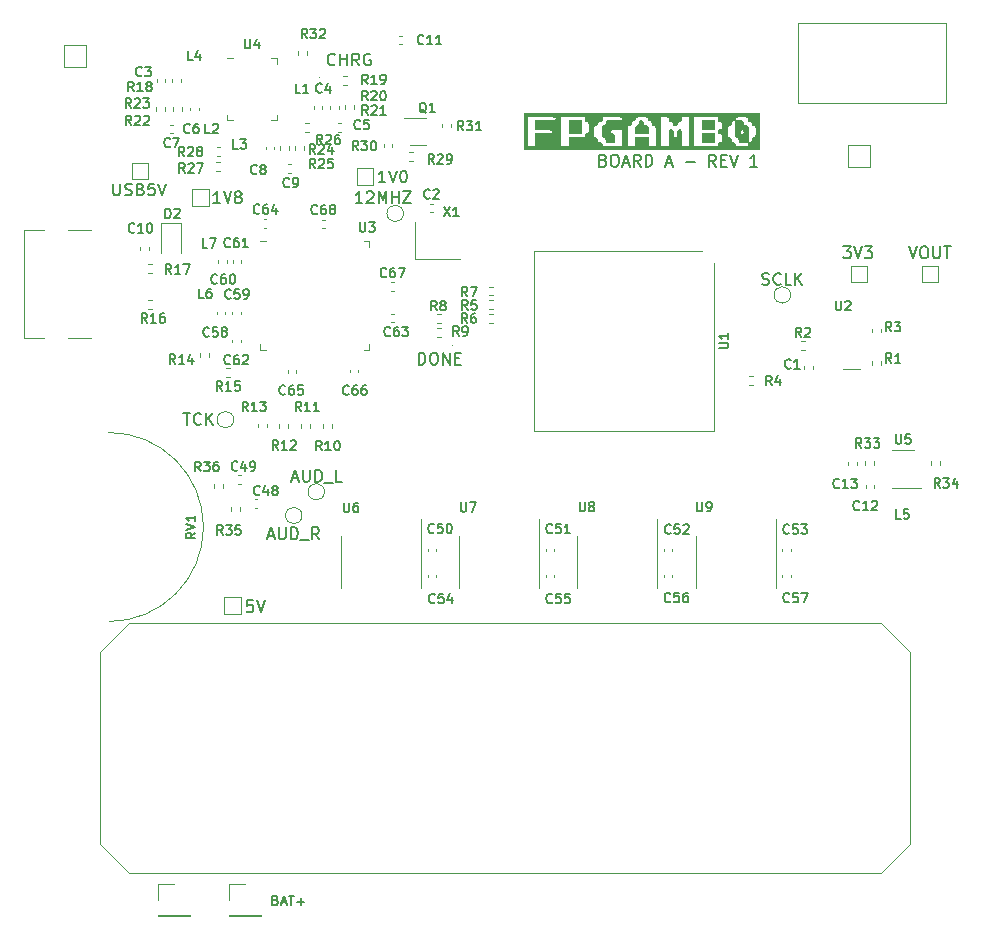
<source format=gto>
G04 #@! TF.GenerationSoftware,KiCad,Pcbnew,(5.1.10-1-10_14)*
G04 #@! TF.CreationDate,2021-07-07T11:21:34+02:00*
G04 #@! TF.ProjectId,gb-fpga,67622d66-7067-4612-9e6b-696361645f70,rev?*
G04 #@! TF.SameCoordinates,Original*
G04 #@! TF.FileFunction,Legend,Top*
G04 #@! TF.FilePolarity,Positive*
%FSLAX46Y46*%
G04 Gerber Fmt 4.6, Leading zero omitted, Abs format (unit mm)*
G04 Created by KiCad (PCBNEW (5.1.10-1-10_14)) date 2021-07-07 11:21:34*
%MOMM*%
%LPD*%
G01*
G04 APERTURE LIST*
%ADD10C,0.150000*%
%ADD11C,0.010000*%
%ADD12C,0.120000*%
%ADD13C,0.100000*%
G04 APERTURE END LIST*
D10*
X61809523Y55155238D02*
X61952380Y55107619D01*
X62190476Y55107619D01*
X62285714Y55155238D01*
X62333333Y55202857D01*
X62380952Y55298095D01*
X62380952Y55393333D01*
X62333333Y55488571D01*
X62285714Y55536190D01*
X62190476Y55583809D01*
X62000000Y55631428D01*
X61904761Y55679047D01*
X61857142Y55726666D01*
X61809523Y55821904D01*
X61809523Y55917142D01*
X61857142Y56012380D01*
X61904761Y56060000D01*
X62000000Y56107619D01*
X62238095Y56107619D01*
X62380952Y56060000D01*
X63380952Y55202857D02*
X63333333Y55155238D01*
X63190476Y55107619D01*
X63095238Y55107619D01*
X62952380Y55155238D01*
X62857142Y55250476D01*
X62809523Y55345714D01*
X62761904Y55536190D01*
X62761904Y55679047D01*
X62809523Y55869523D01*
X62857142Y55964761D01*
X62952380Y56060000D01*
X63095238Y56107619D01*
X63190476Y56107619D01*
X63333333Y56060000D01*
X63380952Y56012380D01*
X64285714Y55107619D02*
X63809523Y55107619D01*
X63809523Y56107619D01*
X64619047Y55107619D02*
X64619047Y56107619D01*
X65190476Y55107619D02*
X64761904Y55679047D01*
X65190476Y56107619D02*
X64619047Y55536190D01*
X29910952Y63777619D02*
X29339523Y63777619D01*
X29625238Y63777619D02*
X29625238Y64777619D01*
X29530000Y64634761D01*
X29434761Y64539523D01*
X29339523Y64491904D01*
X30196666Y64777619D02*
X30530000Y63777619D01*
X30863333Y64777619D01*
X31387142Y64777619D02*
X31482380Y64777619D01*
X31577619Y64730000D01*
X31625238Y64682380D01*
X31672857Y64587142D01*
X31720476Y64396666D01*
X31720476Y64158571D01*
X31672857Y63968095D01*
X31625238Y63872857D01*
X31577619Y63825238D01*
X31482380Y63777619D01*
X31387142Y63777619D01*
X31291904Y63825238D01*
X31244285Y63872857D01*
X31196666Y63968095D01*
X31149047Y64158571D01*
X31149047Y64396666D01*
X31196666Y64587142D01*
X31244285Y64682380D01*
X31291904Y64730000D01*
X31387142Y64777619D01*
X6853333Y63667619D02*
X6853333Y62858095D01*
X6900952Y62762857D01*
X6948571Y62715238D01*
X7043809Y62667619D01*
X7234285Y62667619D01*
X7329523Y62715238D01*
X7377142Y62762857D01*
X7424761Y62858095D01*
X7424761Y63667619D01*
X7853333Y62715238D02*
X7996190Y62667619D01*
X8234285Y62667619D01*
X8329523Y62715238D01*
X8377142Y62762857D01*
X8424761Y62858095D01*
X8424761Y62953333D01*
X8377142Y63048571D01*
X8329523Y63096190D01*
X8234285Y63143809D01*
X8043809Y63191428D01*
X7948571Y63239047D01*
X7900952Y63286666D01*
X7853333Y63381904D01*
X7853333Y63477142D01*
X7900952Y63572380D01*
X7948571Y63620000D01*
X8043809Y63667619D01*
X8281904Y63667619D01*
X8424761Y63620000D01*
X9186666Y63191428D02*
X9329523Y63143809D01*
X9377142Y63096190D01*
X9424761Y63000952D01*
X9424761Y62858095D01*
X9377142Y62762857D01*
X9329523Y62715238D01*
X9234285Y62667619D01*
X8853333Y62667619D01*
X8853333Y63667619D01*
X9186666Y63667619D01*
X9281904Y63620000D01*
X9329523Y63572380D01*
X9377142Y63477142D01*
X9377142Y63381904D01*
X9329523Y63286666D01*
X9281904Y63239047D01*
X9186666Y63191428D01*
X8853333Y63191428D01*
X10329523Y63667619D02*
X9853333Y63667619D01*
X9805714Y63191428D01*
X9853333Y63239047D01*
X9948571Y63286666D01*
X10186666Y63286666D01*
X10281904Y63239047D01*
X10329523Y63191428D01*
X10377142Y63096190D01*
X10377142Y62858095D01*
X10329523Y62762857D01*
X10281904Y62715238D01*
X10186666Y62667619D01*
X9948571Y62667619D01*
X9853333Y62715238D01*
X9805714Y62762857D01*
X10662857Y63667619D02*
X10996190Y62667619D01*
X11329523Y63667619D01*
X74238095Y58347619D02*
X74571428Y57347619D01*
X74904761Y58347619D01*
X75428571Y58347619D02*
X75619047Y58347619D01*
X75714285Y58300000D01*
X75809523Y58204761D01*
X75857142Y58014285D01*
X75857142Y57680952D01*
X75809523Y57490476D01*
X75714285Y57395238D01*
X75619047Y57347619D01*
X75428571Y57347619D01*
X75333333Y57395238D01*
X75238095Y57490476D01*
X75190476Y57680952D01*
X75190476Y58014285D01*
X75238095Y58204761D01*
X75333333Y58300000D01*
X75428571Y58347619D01*
X76285714Y58347619D02*
X76285714Y57538095D01*
X76333333Y57442857D01*
X76380952Y57395238D01*
X76476190Y57347619D01*
X76666666Y57347619D01*
X76761904Y57395238D01*
X76809523Y57442857D01*
X76857142Y57538095D01*
X76857142Y58347619D01*
X77190476Y58347619D02*
X77761904Y58347619D01*
X77476190Y57347619D02*
X77476190Y58347619D01*
X18669523Y28387619D02*
X18193333Y28387619D01*
X18145714Y27911428D01*
X18193333Y27959047D01*
X18288571Y28006666D01*
X18526666Y28006666D01*
X18621904Y27959047D01*
X18669523Y27911428D01*
X18717142Y27816190D01*
X18717142Y27578095D01*
X18669523Y27482857D01*
X18621904Y27435238D01*
X18526666Y27387619D01*
X18288571Y27387619D01*
X18193333Y27435238D01*
X18145714Y27482857D01*
X19002857Y28387619D02*
X19336190Y27387619D01*
X19669523Y28387619D01*
X68681904Y58347619D02*
X69300952Y58347619D01*
X68967619Y57966666D01*
X69110476Y57966666D01*
X69205714Y57919047D01*
X69253333Y57871428D01*
X69300952Y57776190D01*
X69300952Y57538095D01*
X69253333Y57442857D01*
X69205714Y57395238D01*
X69110476Y57347619D01*
X68824761Y57347619D01*
X68729523Y57395238D01*
X68681904Y57442857D01*
X69586666Y58347619D02*
X69920000Y57347619D01*
X70253333Y58347619D01*
X70491428Y58347619D02*
X71110476Y58347619D01*
X70777142Y57966666D01*
X70920000Y57966666D01*
X71015238Y57919047D01*
X71062857Y57871428D01*
X71110476Y57776190D01*
X71110476Y57538095D01*
X71062857Y57442857D01*
X71015238Y57395238D01*
X70920000Y57347619D01*
X70634285Y57347619D01*
X70539047Y57395238D01*
X70491428Y57442857D01*
X15920952Y62007619D02*
X15349523Y62007619D01*
X15635238Y62007619D02*
X15635238Y63007619D01*
X15540000Y62864761D01*
X15444761Y62769523D01*
X15349523Y62721904D01*
X16206666Y63007619D02*
X16540000Y62007619D01*
X16873333Y63007619D01*
X17349523Y62579047D02*
X17254285Y62626666D01*
X17206666Y62674285D01*
X17159047Y62769523D01*
X17159047Y62817142D01*
X17206666Y62912380D01*
X17254285Y62960000D01*
X17349523Y63007619D01*
X17540000Y63007619D01*
X17635238Y62960000D01*
X17682857Y62912380D01*
X17730476Y62817142D01*
X17730476Y62769523D01*
X17682857Y62674285D01*
X17635238Y62626666D01*
X17540000Y62579047D01*
X17349523Y62579047D01*
X17254285Y62531428D01*
X17206666Y62483809D01*
X17159047Y62388571D01*
X17159047Y62198095D01*
X17206666Y62102857D01*
X17254285Y62055238D01*
X17349523Y62007619D01*
X17540000Y62007619D01*
X17635238Y62055238D01*
X17682857Y62102857D01*
X17730476Y62198095D01*
X17730476Y62388571D01*
X17682857Y62483809D01*
X17635238Y62531428D01*
X17540000Y62579047D01*
X27948095Y62007619D02*
X27376666Y62007619D01*
X27662380Y62007619D02*
X27662380Y63007619D01*
X27567142Y62864761D01*
X27471904Y62769523D01*
X27376666Y62721904D01*
X28329047Y62912380D02*
X28376666Y62960000D01*
X28471904Y63007619D01*
X28710000Y63007619D01*
X28805238Y62960000D01*
X28852857Y62912380D01*
X28900476Y62817142D01*
X28900476Y62721904D01*
X28852857Y62579047D01*
X28281428Y62007619D01*
X28900476Y62007619D01*
X29329047Y62007619D02*
X29329047Y63007619D01*
X29662380Y62293333D01*
X29995714Y63007619D01*
X29995714Y62007619D01*
X30471904Y62007619D02*
X30471904Y63007619D01*
X30471904Y62531428D02*
X31043333Y62531428D01*
X31043333Y62007619D02*
X31043333Y63007619D01*
X31424285Y63007619D02*
X32090952Y63007619D01*
X31424285Y62007619D01*
X32090952Y62007619D01*
X12804285Y44237619D02*
X13375714Y44237619D01*
X13090000Y43237619D02*
X13090000Y44237619D01*
X14280476Y43332857D02*
X14232857Y43285238D01*
X14090000Y43237619D01*
X13994761Y43237619D01*
X13851904Y43285238D01*
X13756666Y43380476D01*
X13709047Y43475714D01*
X13661428Y43666190D01*
X13661428Y43809047D01*
X13709047Y43999523D01*
X13756666Y44094761D01*
X13851904Y44190000D01*
X13994761Y44237619D01*
X14090000Y44237619D01*
X14232857Y44190000D01*
X14280476Y44142380D01*
X14709047Y43237619D02*
X14709047Y44237619D01*
X15280476Y43237619D02*
X14851904Y43809047D01*
X15280476Y44237619D02*
X14709047Y43666190D01*
X22022380Y38723333D02*
X22498571Y38723333D01*
X21927142Y38437619D02*
X22260476Y39437619D01*
X22593809Y38437619D01*
X22927142Y39437619D02*
X22927142Y38628095D01*
X22974761Y38532857D01*
X23022380Y38485238D01*
X23117619Y38437619D01*
X23308095Y38437619D01*
X23403333Y38485238D01*
X23450952Y38532857D01*
X23498571Y38628095D01*
X23498571Y39437619D01*
X23974761Y38437619D02*
X23974761Y39437619D01*
X24212857Y39437619D01*
X24355714Y39390000D01*
X24450952Y39294761D01*
X24498571Y39199523D01*
X24546190Y39009047D01*
X24546190Y38866190D01*
X24498571Y38675714D01*
X24450952Y38580476D01*
X24355714Y38485238D01*
X24212857Y38437619D01*
X23974761Y38437619D01*
X24736666Y38342380D02*
X25498571Y38342380D01*
X26212857Y38437619D02*
X25736666Y38437619D01*
X25736666Y39437619D01*
X19977142Y33843333D02*
X20453333Y33843333D01*
X19881904Y33557619D02*
X20215238Y34557619D01*
X20548571Y33557619D01*
X20881904Y34557619D02*
X20881904Y33748095D01*
X20929523Y33652857D01*
X20977142Y33605238D01*
X21072380Y33557619D01*
X21262857Y33557619D01*
X21358095Y33605238D01*
X21405714Y33652857D01*
X21453333Y33748095D01*
X21453333Y34557619D01*
X21929523Y33557619D02*
X21929523Y34557619D01*
X22167619Y34557619D01*
X22310476Y34510000D01*
X22405714Y34414761D01*
X22453333Y34319523D01*
X22500952Y34129047D01*
X22500952Y33986190D01*
X22453333Y33795714D01*
X22405714Y33700476D01*
X22310476Y33605238D01*
X22167619Y33557619D01*
X21929523Y33557619D01*
X22691428Y33462380D02*
X23453333Y33462380D01*
X24262857Y33557619D02*
X23929523Y34033809D01*
X23691428Y33557619D02*
X23691428Y34557619D01*
X24072380Y34557619D01*
X24167619Y34510000D01*
X24215238Y34462380D01*
X24262857Y34367142D01*
X24262857Y34224285D01*
X24215238Y34129047D01*
X24167619Y34081428D01*
X24072380Y34033809D01*
X23691428Y34033809D01*
X48362023Y65641428D02*
X48504880Y65593809D01*
X48552500Y65546190D01*
X48600119Y65450952D01*
X48600119Y65308095D01*
X48552500Y65212857D01*
X48504880Y65165238D01*
X48409642Y65117619D01*
X48028690Y65117619D01*
X48028690Y66117619D01*
X48362023Y66117619D01*
X48457261Y66070000D01*
X48504880Y66022380D01*
X48552500Y65927142D01*
X48552500Y65831904D01*
X48504880Y65736666D01*
X48457261Y65689047D01*
X48362023Y65641428D01*
X48028690Y65641428D01*
X49219166Y66117619D02*
X49409642Y66117619D01*
X49504880Y66070000D01*
X49600119Y65974761D01*
X49647738Y65784285D01*
X49647738Y65450952D01*
X49600119Y65260476D01*
X49504880Y65165238D01*
X49409642Y65117619D01*
X49219166Y65117619D01*
X49123928Y65165238D01*
X49028690Y65260476D01*
X48981071Y65450952D01*
X48981071Y65784285D01*
X49028690Y65974761D01*
X49123928Y66070000D01*
X49219166Y66117619D01*
X50028690Y65403333D02*
X50504880Y65403333D01*
X49933452Y65117619D02*
X50266785Y66117619D01*
X50600119Y65117619D01*
X51504880Y65117619D02*
X51171547Y65593809D01*
X50933452Y65117619D02*
X50933452Y66117619D01*
X51314404Y66117619D01*
X51409642Y66070000D01*
X51457261Y66022380D01*
X51504880Y65927142D01*
X51504880Y65784285D01*
X51457261Y65689047D01*
X51409642Y65641428D01*
X51314404Y65593809D01*
X50933452Y65593809D01*
X51933452Y65117619D02*
X51933452Y66117619D01*
X52171547Y66117619D01*
X52314404Y66070000D01*
X52409642Y65974761D01*
X52457261Y65879523D01*
X52504880Y65689047D01*
X52504880Y65546190D01*
X52457261Y65355714D01*
X52409642Y65260476D01*
X52314404Y65165238D01*
X52171547Y65117619D01*
X51933452Y65117619D01*
X53647738Y65403333D02*
X54123928Y65403333D01*
X53552500Y65117619D02*
X53885833Y66117619D01*
X54219166Y65117619D01*
X55314404Y65498571D02*
X56076309Y65498571D01*
X57885833Y65117619D02*
X57552500Y65593809D01*
X57314404Y65117619D02*
X57314404Y66117619D01*
X57695357Y66117619D01*
X57790595Y66070000D01*
X57838214Y66022380D01*
X57885833Y65927142D01*
X57885833Y65784285D01*
X57838214Y65689047D01*
X57790595Y65641428D01*
X57695357Y65593809D01*
X57314404Y65593809D01*
X58314404Y65641428D02*
X58647738Y65641428D01*
X58790595Y65117619D02*
X58314404Y65117619D01*
X58314404Y66117619D01*
X58790595Y66117619D01*
X59076309Y66117619D02*
X59409642Y65117619D01*
X59742976Y66117619D01*
X61362023Y65117619D02*
X60790595Y65117619D01*
X61076309Y65117619D02*
X61076309Y66117619D01*
X60981071Y65974761D01*
X60885833Y65879523D01*
X60790595Y65831904D01*
X32725595Y48347619D02*
X32725595Y49347619D01*
X32963690Y49347619D01*
X33106547Y49300000D01*
X33201785Y49204761D01*
X33249404Y49109523D01*
X33297023Y48919047D01*
X33297023Y48776190D01*
X33249404Y48585714D01*
X33201785Y48490476D01*
X33106547Y48395238D01*
X32963690Y48347619D01*
X32725595Y48347619D01*
X33916071Y49347619D02*
X34106547Y49347619D01*
X34201785Y49300000D01*
X34297023Y49204761D01*
X34344642Y49014285D01*
X34344642Y48680952D01*
X34297023Y48490476D01*
X34201785Y48395238D01*
X34106547Y48347619D01*
X33916071Y48347619D01*
X33820833Y48395238D01*
X33725595Y48490476D01*
X33677976Y48680952D01*
X33677976Y49014285D01*
X33725595Y49204761D01*
X33820833Y49300000D01*
X33916071Y49347619D01*
X34773214Y48347619D02*
X34773214Y49347619D01*
X35344642Y48347619D01*
X35344642Y49347619D01*
X35820833Y48871428D02*
X36154166Y48871428D01*
X36297023Y48347619D02*
X35820833Y48347619D01*
X35820833Y49347619D01*
X36297023Y49347619D01*
X25637023Y73772857D02*
X25589404Y73725238D01*
X25446547Y73677619D01*
X25351309Y73677619D01*
X25208452Y73725238D01*
X25113214Y73820476D01*
X25065595Y73915714D01*
X25017976Y74106190D01*
X25017976Y74249047D01*
X25065595Y74439523D01*
X25113214Y74534761D01*
X25208452Y74630000D01*
X25351309Y74677619D01*
X25446547Y74677619D01*
X25589404Y74630000D01*
X25637023Y74582380D01*
X26065595Y73677619D02*
X26065595Y74677619D01*
X26065595Y74201428D02*
X26637023Y74201428D01*
X26637023Y73677619D02*
X26637023Y74677619D01*
X27684642Y73677619D02*
X27351309Y74153809D01*
X27113214Y73677619D02*
X27113214Y74677619D01*
X27494166Y74677619D01*
X27589404Y74630000D01*
X27637023Y74582380D01*
X27684642Y74487142D01*
X27684642Y74344285D01*
X27637023Y74249047D01*
X27589404Y74201428D01*
X27494166Y74153809D01*
X27113214Y74153809D01*
X28637023Y74630000D02*
X28541785Y74677619D01*
X28398928Y74677619D01*
X28256071Y74630000D01*
X28160833Y74534761D01*
X28113214Y74439523D01*
X28065595Y74249047D01*
X28065595Y74106190D01*
X28113214Y73915714D01*
X28160833Y73820476D01*
X28256071Y73725238D01*
X28398928Y73677619D01*
X28494166Y73677619D01*
X28637023Y73725238D01*
X28684642Y73772857D01*
X28684642Y74106190D01*
X28494166Y74106190D01*
X20604642Y2997142D02*
X20718928Y2959047D01*
X20757023Y2920952D01*
X20795119Y2844761D01*
X20795119Y2730476D01*
X20757023Y2654285D01*
X20718928Y2616190D01*
X20642738Y2578095D01*
X20337976Y2578095D01*
X20337976Y3378095D01*
X20604642Y3378095D01*
X20680833Y3340000D01*
X20718928Y3301904D01*
X20757023Y3225714D01*
X20757023Y3149523D01*
X20718928Y3073333D01*
X20680833Y3035238D01*
X20604642Y2997142D01*
X20337976Y2997142D01*
X21099880Y2806666D02*
X21480833Y2806666D01*
X21023690Y2578095D02*
X21290357Y3378095D01*
X21557023Y2578095D01*
X21709404Y3378095D02*
X22166547Y3378095D01*
X21937976Y2578095D02*
X21937976Y3378095D01*
X22433214Y2882857D02*
X23042738Y2882857D01*
X22737976Y2578095D02*
X22737976Y3187619D01*
D11*
G36*
X60035530Y69019781D02*
G01*
X60132511Y68965287D01*
X60155879Y68838100D01*
X60156000Y68819667D01*
X60190969Y68658545D01*
X60328659Y68608894D01*
X60367666Y68608000D01*
X60470165Y68601393D01*
X60532721Y68559220D01*
X60565194Y68447955D01*
X60577444Y68234075D01*
X60579333Y67888334D01*
X60579333Y67168667D01*
X60198333Y67168667D01*
X59963226Y67177440D01*
X59851834Y67220564D01*
X59818788Y67323243D01*
X59817333Y67380334D01*
X59777646Y67546315D01*
X59648000Y67592000D01*
X59565665Y67605393D01*
X59515373Y67667644D01*
X59489333Y67811864D01*
X59480254Y68057667D01*
X59902000Y68057667D01*
X59941686Y67891686D01*
X60071333Y67846000D01*
X60204118Y67895609D01*
X60240666Y68057667D01*
X60200979Y68223648D01*
X60071333Y68269334D01*
X59938548Y68219725D01*
X59902000Y68057667D01*
X59480254Y68057667D01*
X59479755Y68071163D01*
X59478666Y68311667D01*
X59478666Y69031334D01*
X59817333Y69031334D01*
X60035530Y69019781D01*
G37*
X60035530Y69019781D02*
X60132511Y68965287D01*
X60155879Y68838100D01*
X60156000Y68819667D01*
X60190969Y68658545D01*
X60328659Y68608894D01*
X60367666Y68608000D01*
X60470165Y68601393D01*
X60532721Y68559220D01*
X60565194Y68447955D01*
X60577444Y68234075D01*
X60579333Y67888334D01*
X60579333Y67168667D01*
X60198333Y67168667D01*
X59963226Y67177440D01*
X59851834Y67220564D01*
X59818788Y67323243D01*
X59817333Y67380334D01*
X59777646Y67546315D01*
X59648000Y67592000D01*
X59565665Y67605393D01*
X59515373Y67667644D01*
X59489333Y67811864D01*
X59480254Y68057667D01*
X59902000Y68057667D01*
X59941686Y67891686D01*
X60071333Y67846000D01*
X60204118Y67895609D01*
X60240666Y68057667D01*
X60200979Y68223648D01*
X60071333Y68269334D01*
X59938548Y68219725D01*
X59902000Y68057667D01*
X59480254Y68057667D01*
X59479755Y68071163D01*
X59478666Y68311667D01*
X59478666Y69031334D01*
X59817333Y69031334D01*
X60035530Y69019781D01*
G36*
X57700666Y68269334D02*
G01*
X56684666Y68269334D01*
X56684666Y69031334D01*
X57700666Y69031334D01*
X57700666Y68269334D01*
G37*
X57700666Y68269334D02*
X56684666Y68269334D01*
X56684666Y69031334D01*
X57700666Y69031334D01*
X57700666Y68269334D01*
G36*
X57700666Y67168667D02*
G01*
X56684666Y67168667D01*
X56684666Y67930667D01*
X57700666Y67930667D01*
X57700666Y67168667D01*
G37*
X57700666Y67168667D02*
X56684666Y67168667D01*
X56684666Y67930667D01*
X57700666Y67930667D01*
X57700666Y67168667D01*
G36*
X51652784Y68981725D02*
G01*
X51689333Y68819667D01*
X51724302Y68658545D01*
X51861993Y68608894D01*
X51901000Y68608000D01*
X52037373Y68589516D01*
X52097986Y68502325D01*
X52112591Y68298827D01*
X52112666Y68269334D01*
X52112666Y67930667D01*
X51012000Y67930667D01*
X51012000Y68269334D01*
X51026200Y68490902D01*
X51083594Y68588826D01*
X51181333Y68608000D01*
X51314118Y68657609D01*
X51350666Y68819667D01*
X51390353Y68985648D01*
X51520000Y69031334D01*
X51652784Y68981725D01*
G37*
X51652784Y68981725D02*
X51689333Y68819667D01*
X51724302Y68658545D01*
X51861993Y68608894D01*
X51901000Y68608000D01*
X52037373Y68589516D01*
X52097986Y68502325D01*
X52112591Y68298827D01*
X52112666Y68269334D01*
X52112666Y67930667D01*
X51012000Y67930667D01*
X51012000Y68269334D01*
X51026200Y68490902D01*
X51083594Y68588826D01*
X51181333Y68608000D01*
X51314118Y68657609D01*
X51350666Y68819667D01*
X51390353Y68985648D01*
X51520000Y69031334D01*
X51652784Y68981725D01*
G36*
X46440000Y67930667D02*
G01*
X45424000Y67930667D01*
X45424000Y69031334D01*
X46440000Y69031334D01*
X46440000Y67930667D01*
G37*
X46440000Y67930667D02*
X45424000Y67930667D01*
X45424000Y69031334D01*
X46440000Y69031334D01*
X46440000Y67930667D01*
G36*
X61510666Y66576000D02*
G01*
X41614000Y66576000D01*
X41614000Y69370000D01*
X41868000Y69370000D01*
X41868000Y66830000D01*
X42545333Y66830000D01*
X42545333Y67930667D01*
X43265000Y67930667D01*
X43614923Y67933818D01*
X43828663Y67948466D01*
X43939332Y67982400D01*
X43980039Y68043411D01*
X43984666Y68100000D01*
X43971274Y68182335D01*
X43909023Y68232627D01*
X43764803Y68258667D01*
X43505504Y68268245D01*
X43265000Y68269334D01*
X42545333Y68269334D01*
X42545333Y69031334D01*
X43434333Y69031334D01*
X43830927Y69033457D01*
X44088143Y69043628D01*
X44235917Y69067550D01*
X44304188Y69110924D01*
X44322893Y69179454D01*
X44323333Y69200667D01*
X44314783Y69266689D01*
X44272082Y69312882D01*
X44169652Y69342776D01*
X43981915Y69359898D01*
X43683293Y69367777D01*
X43248209Y69369939D01*
X43095666Y69370000D01*
X44662000Y69370000D01*
X44662000Y66830000D01*
X45424000Y66830000D01*
X45424000Y67592000D01*
X46101333Y67592000D01*
X46438809Y67595536D01*
X46641067Y67611818D01*
X46742168Y67649364D01*
X46776174Y67716688D01*
X46778666Y67761334D01*
X46838535Y67902838D01*
X46948000Y67930667D01*
X47042576Y67949203D01*
X47093680Y68030627D01*
X47101464Y68100000D01*
X47456000Y68100000D01*
X47462178Y67816272D01*
X47489319Y67662960D01*
X47550332Y67601340D01*
X47625333Y67592000D01*
X47758118Y67542392D01*
X47794666Y67380334D01*
X47829636Y67219212D01*
X47967326Y67169561D01*
X48006333Y67168667D01*
X48172314Y67128980D01*
X48218000Y66999334D01*
X48229620Y66922264D01*
X48284913Y66872927D01*
X48414529Y66845193D01*
X48649115Y66832932D01*
X49019322Y66830014D01*
X49064666Y66830000D01*
X49911333Y66830000D01*
X49911333Y67719000D01*
X50334666Y67719000D01*
X50334666Y66830000D01*
X51012000Y66830000D01*
X51012000Y67592000D01*
X52112666Y67592000D01*
X52112666Y66830000D01*
X52790000Y66830000D01*
X52790000Y67719000D01*
X52787876Y68115595D01*
X52777705Y68372810D01*
X52753784Y68520585D01*
X52710409Y68588855D01*
X52641879Y68607560D01*
X52620666Y68608000D01*
X52487881Y68657609D01*
X52451333Y68819667D01*
X52411646Y68985648D01*
X52282000Y69031334D01*
X52140495Y69091202D01*
X52112666Y69200667D01*
X52095514Y69292308D01*
X52019113Y69343399D01*
X51846046Y69365455D01*
X51562333Y69370000D01*
X53128666Y69370000D01*
X53128666Y66830000D01*
X53890666Y66830000D01*
X53890666Y67549667D01*
X53893817Y67899590D01*
X53908465Y68113331D01*
X53942399Y68224000D01*
X54003410Y68264706D01*
X54060000Y68269334D01*
X54170784Y68240934D01*
X54219746Y68126145D01*
X54229333Y67930667D01*
X54243533Y67709099D01*
X54300927Y67611175D01*
X54398666Y67592000D01*
X54509450Y67620401D01*
X54558412Y67735190D01*
X54568000Y67930667D01*
X54582200Y68152235D01*
X54639594Y68250160D01*
X54737333Y68269334D01*
X54819668Y68255941D01*
X54869960Y68193690D01*
X54895999Y68049471D01*
X54905577Y67790172D01*
X54906666Y67549667D01*
X54906666Y66830000D01*
X55584000Y66830000D01*
X55584000Y69370000D01*
X55922666Y69370000D01*
X55922666Y66830000D01*
X56981000Y66830000D01*
X57420210Y66831543D01*
X57717602Y66839104D01*
X57900684Y66857085D01*
X57996964Y66889887D01*
X58033950Y66941911D01*
X58039333Y66999334D01*
X58099201Y67140838D01*
X58208666Y67168667D01*
X58314486Y67193596D01*
X58364525Y67297109D01*
X58377935Y67522297D01*
X58378000Y67549667D01*
X58366920Y67787762D01*
X58320914Y67900350D01*
X58220831Y67930522D01*
X58208666Y67930667D01*
X58067162Y67990536D01*
X58039333Y68100000D01*
X58801333Y68100000D01*
X58807511Y67816272D01*
X58834653Y67662960D01*
X58895665Y67601340D01*
X58970666Y67592000D01*
X59103451Y67542392D01*
X59140000Y67380334D01*
X59179686Y67214353D01*
X59309333Y67168667D01*
X59450837Y67108799D01*
X59478666Y66999334D01*
X59495818Y66907693D01*
X59572220Y66856602D01*
X59745287Y66834546D01*
X60029000Y66830000D01*
X60326831Y66835278D01*
X60492879Y66858786D01*
X60564561Y66912038D01*
X60579333Y66999334D01*
X60639201Y67140838D01*
X60748666Y67168667D01*
X60881451Y67218276D01*
X60918000Y67380334D01*
X60957686Y67546315D01*
X61087333Y67592000D01*
X61181909Y67610536D01*
X61233013Y67691960D01*
X61253553Y67874998D01*
X61256666Y68100000D01*
X61250488Y68383729D01*
X61223346Y68537041D01*
X61162334Y68598661D01*
X61087333Y68608000D01*
X60945829Y68667869D01*
X60918000Y68777334D01*
X60858131Y68918838D01*
X60748666Y68946667D01*
X60615881Y68996276D01*
X60579333Y69158334D01*
X60569683Y69272117D01*
X60515228Y69335492D01*
X60377714Y69363175D01*
X60118882Y69369878D01*
X60029000Y69370000D01*
X59731168Y69364723D01*
X59565120Y69341215D01*
X59493438Y69287963D01*
X59478666Y69200667D01*
X59418798Y69059163D01*
X59309333Y69031334D01*
X59176548Y68981725D01*
X59140000Y68819667D01*
X59100313Y68653686D01*
X58970666Y68608000D01*
X58876090Y68589465D01*
X58824986Y68508041D01*
X58804446Y68325003D01*
X58801333Y68100000D01*
X58039333Y68100000D01*
X58099201Y68241505D01*
X58208666Y68269334D01*
X58319450Y68297734D01*
X58368412Y68412523D01*
X58378000Y68608000D01*
X58363799Y68829569D01*
X58306405Y68927493D01*
X58208666Y68946667D01*
X58075881Y68996276D01*
X58039333Y69158334D01*
X58039333Y69370000D01*
X55922666Y69370000D01*
X55584000Y69370000D01*
X55245333Y69370000D01*
X55027136Y69358447D01*
X54930155Y69303954D01*
X54906787Y69176767D01*
X54906666Y69158334D01*
X54866979Y68992353D01*
X54737333Y68946667D01*
X54595829Y68886799D01*
X54568000Y68777334D01*
X54508131Y68635830D01*
X54398666Y68608000D01*
X54257162Y68667869D01*
X54229333Y68777334D01*
X54169464Y68918838D01*
X54060000Y68946667D01*
X53927215Y68996276D01*
X53890666Y69158334D01*
X53874875Y69288949D01*
X53797253Y69350833D01*
X53612430Y69369192D01*
X53509666Y69370000D01*
X53128666Y69370000D01*
X51562333Y69370000D01*
X51264501Y69364723D01*
X51098453Y69341215D01*
X51026771Y69287963D01*
X51012000Y69200667D01*
X50952131Y69059163D01*
X50842666Y69031334D01*
X50709881Y68981725D01*
X50673333Y68819667D01*
X50633646Y68653686D01*
X50504000Y68608000D01*
X50428458Y68596854D01*
X50379464Y68543455D01*
X50351317Y68417867D01*
X50338313Y68190151D01*
X50334750Y67830370D01*
X50334666Y67719000D01*
X49911333Y67719000D01*
X49911333Y68269334D01*
X49403333Y68269334D01*
X49119605Y68263155D01*
X48966293Y68236014D01*
X48904672Y68175001D01*
X48895333Y68100000D01*
X48955201Y67958496D01*
X49064666Y67930667D01*
X49170486Y67905738D01*
X49220525Y67802225D01*
X49233935Y67577038D01*
X49234000Y67549667D01*
X49234000Y67168667D01*
X48895333Y67168667D01*
X48677136Y67180220D01*
X48580155Y67234714D01*
X48556787Y67361901D01*
X48556666Y67380334D01*
X48516979Y67546315D01*
X48387333Y67592000D01*
X48292757Y67610536D01*
X48241653Y67691960D01*
X48221113Y67874998D01*
X48218000Y68100000D01*
X48224178Y68383729D01*
X48251319Y68537041D01*
X48312332Y68598661D01*
X48387333Y68608000D01*
X48520118Y68657609D01*
X48556666Y68819667D01*
X48563884Y68924645D01*
X48608571Y68987504D01*
X48725275Y69019040D01*
X48948545Y69030049D01*
X49234000Y69031334D01*
X49571476Y69034869D01*
X49773734Y69051152D01*
X49874835Y69088697D01*
X49908840Y69156021D01*
X49911333Y69200667D01*
X49899713Y69277737D01*
X49844419Y69327074D01*
X49714804Y69354808D01*
X49480217Y69367069D01*
X49110010Y69369987D01*
X49064666Y69370000D01*
X48218000Y69370000D01*
X48218000Y69158334D01*
X48183030Y68997212D01*
X48045340Y68947561D01*
X48006333Y68946667D01*
X47840352Y68906980D01*
X47794666Y68777334D01*
X47734798Y68635830D01*
X47625333Y68608000D01*
X47530757Y68589465D01*
X47479653Y68508041D01*
X47459113Y68325003D01*
X47456000Y68100000D01*
X47101464Y68100000D01*
X47114220Y68213665D01*
X47117333Y68438667D01*
X47111154Y68722395D01*
X47084013Y68875707D01*
X47023000Y68937328D01*
X46948000Y68946667D01*
X46815215Y68996276D01*
X46778666Y69158334D01*
X46778666Y69370000D01*
X44662000Y69370000D01*
X43095666Y69370000D01*
X41868000Y69370000D01*
X41614000Y69370000D01*
X41614000Y69624000D01*
X61510666Y69624000D01*
X61510666Y66576000D01*
G37*
X61510666Y66576000D02*
X41614000Y66576000D01*
X41614000Y69370000D01*
X41868000Y69370000D01*
X41868000Y66830000D01*
X42545333Y66830000D01*
X42545333Y67930667D01*
X43265000Y67930667D01*
X43614923Y67933818D01*
X43828663Y67948466D01*
X43939332Y67982400D01*
X43980039Y68043411D01*
X43984666Y68100000D01*
X43971274Y68182335D01*
X43909023Y68232627D01*
X43764803Y68258667D01*
X43505504Y68268245D01*
X43265000Y68269334D01*
X42545333Y68269334D01*
X42545333Y69031334D01*
X43434333Y69031334D01*
X43830927Y69033457D01*
X44088143Y69043628D01*
X44235917Y69067550D01*
X44304188Y69110924D01*
X44322893Y69179454D01*
X44323333Y69200667D01*
X44314783Y69266689D01*
X44272082Y69312882D01*
X44169652Y69342776D01*
X43981915Y69359898D01*
X43683293Y69367777D01*
X43248209Y69369939D01*
X43095666Y69370000D01*
X44662000Y69370000D01*
X44662000Y66830000D01*
X45424000Y66830000D01*
X45424000Y67592000D01*
X46101333Y67592000D01*
X46438809Y67595536D01*
X46641067Y67611818D01*
X46742168Y67649364D01*
X46776174Y67716688D01*
X46778666Y67761334D01*
X46838535Y67902838D01*
X46948000Y67930667D01*
X47042576Y67949203D01*
X47093680Y68030627D01*
X47101464Y68100000D01*
X47456000Y68100000D01*
X47462178Y67816272D01*
X47489319Y67662960D01*
X47550332Y67601340D01*
X47625333Y67592000D01*
X47758118Y67542392D01*
X47794666Y67380334D01*
X47829636Y67219212D01*
X47967326Y67169561D01*
X48006333Y67168667D01*
X48172314Y67128980D01*
X48218000Y66999334D01*
X48229620Y66922264D01*
X48284913Y66872927D01*
X48414529Y66845193D01*
X48649115Y66832932D01*
X49019322Y66830014D01*
X49064666Y66830000D01*
X49911333Y66830000D01*
X49911333Y67719000D01*
X50334666Y67719000D01*
X50334666Y66830000D01*
X51012000Y66830000D01*
X51012000Y67592000D01*
X52112666Y67592000D01*
X52112666Y66830000D01*
X52790000Y66830000D01*
X52790000Y67719000D01*
X52787876Y68115595D01*
X52777705Y68372810D01*
X52753784Y68520585D01*
X52710409Y68588855D01*
X52641879Y68607560D01*
X52620666Y68608000D01*
X52487881Y68657609D01*
X52451333Y68819667D01*
X52411646Y68985648D01*
X52282000Y69031334D01*
X52140495Y69091202D01*
X52112666Y69200667D01*
X52095514Y69292308D01*
X52019113Y69343399D01*
X51846046Y69365455D01*
X51562333Y69370000D01*
X53128666Y69370000D01*
X53128666Y66830000D01*
X53890666Y66830000D01*
X53890666Y67549667D01*
X53893817Y67899590D01*
X53908465Y68113331D01*
X53942399Y68224000D01*
X54003410Y68264706D01*
X54060000Y68269334D01*
X54170784Y68240934D01*
X54219746Y68126145D01*
X54229333Y67930667D01*
X54243533Y67709099D01*
X54300927Y67611175D01*
X54398666Y67592000D01*
X54509450Y67620401D01*
X54558412Y67735190D01*
X54568000Y67930667D01*
X54582200Y68152235D01*
X54639594Y68250160D01*
X54737333Y68269334D01*
X54819668Y68255941D01*
X54869960Y68193690D01*
X54895999Y68049471D01*
X54905577Y67790172D01*
X54906666Y67549667D01*
X54906666Y66830000D01*
X55584000Y66830000D01*
X55584000Y69370000D01*
X55922666Y69370000D01*
X55922666Y66830000D01*
X56981000Y66830000D01*
X57420210Y66831543D01*
X57717602Y66839104D01*
X57900684Y66857085D01*
X57996964Y66889887D01*
X58033950Y66941911D01*
X58039333Y66999334D01*
X58099201Y67140838D01*
X58208666Y67168667D01*
X58314486Y67193596D01*
X58364525Y67297109D01*
X58377935Y67522297D01*
X58378000Y67549667D01*
X58366920Y67787762D01*
X58320914Y67900350D01*
X58220831Y67930522D01*
X58208666Y67930667D01*
X58067162Y67990536D01*
X58039333Y68100000D01*
X58801333Y68100000D01*
X58807511Y67816272D01*
X58834653Y67662960D01*
X58895665Y67601340D01*
X58970666Y67592000D01*
X59103451Y67542392D01*
X59140000Y67380334D01*
X59179686Y67214353D01*
X59309333Y67168667D01*
X59450837Y67108799D01*
X59478666Y66999334D01*
X59495818Y66907693D01*
X59572220Y66856602D01*
X59745287Y66834546D01*
X60029000Y66830000D01*
X60326831Y66835278D01*
X60492879Y66858786D01*
X60564561Y66912038D01*
X60579333Y66999334D01*
X60639201Y67140838D01*
X60748666Y67168667D01*
X60881451Y67218276D01*
X60918000Y67380334D01*
X60957686Y67546315D01*
X61087333Y67592000D01*
X61181909Y67610536D01*
X61233013Y67691960D01*
X61253553Y67874998D01*
X61256666Y68100000D01*
X61250488Y68383729D01*
X61223346Y68537041D01*
X61162334Y68598661D01*
X61087333Y68608000D01*
X60945829Y68667869D01*
X60918000Y68777334D01*
X60858131Y68918838D01*
X60748666Y68946667D01*
X60615881Y68996276D01*
X60579333Y69158334D01*
X60569683Y69272117D01*
X60515228Y69335492D01*
X60377714Y69363175D01*
X60118882Y69369878D01*
X60029000Y69370000D01*
X59731168Y69364723D01*
X59565120Y69341215D01*
X59493438Y69287963D01*
X59478666Y69200667D01*
X59418798Y69059163D01*
X59309333Y69031334D01*
X59176548Y68981725D01*
X59140000Y68819667D01*
X59100313Y68653686D01*
X58970666Y68608000D01*
X58876090Y68589465D01*
X58824986Y68508041D01*
X58804446Y68325003D01*
X58801333Y68100000D01*
X58039333Y68100000D01*
X58099201Y68241505D01*
X58208666Y68269334D01*
X58319450Y68297734D01*
X58368412Y68412523D01*
X58378000Y68608000D01*
X58363799Y68829569D01*
X58306405Y68927493D01*
X58208666Y68946667D01*
X58075881Y68996276D01*
X58039333Y69158334D01*
X58039333Y69370000D01*
X55922666Y69370000D01*
X55584000Y69370000D01*
X55245333Y69370000D01*
X55027136Y69358447D01*
X54930155Y69303954D01*
X54906787Y69176767D01*
X54906666Y69158334D01*
X54866979Y68992353D01*
X54737333Y68946667D01*
X54595829Y68886799D01*
X54568000Y68777334D01*
X54508131Y68635830D01*
X54398666Y68608000D01*
X54257162Y68667869D01*
X54229333Y68777334D01*
X54169464Y68918838D01*
X54060000Y68946667D01*
X53927215Y68996276D01*
X53890666Y69158334D01*
X53874875Y69288949D01*
X53797253Y69350833D01*
X53612430Y69369192D01*
X53509666Y69370000D01*
X53128666Y69370000D01*
X51562333Y69370000D01*
X51264501Y69364723D01*
X51098453Y69341215D01*
X51026771Y69287963D01*
X51012000Y69200667D01*
X50952131Y69059163D01*
X50842666Y69031334D01*
X50709881Y68981725D01*
X50673333Y68819667D01*
X50633646Y68653686D01*
X50504000Y68608000D01*
X50428458Y68596854D01*
X50379464Y68543455D01*
X50351317Y68417867D01*
X50338313Y68190151D01*
X50334750Y67830370D01*
X50334666Y67719000D01*
X49911333Y67719000D01*
X49911333Y68269334D01*
X49403333Y68269334D01*
X49119605Y68263155D01*
X48966293Y68236014D01*
X48904672Y68175001D01*
X48895333Y68100000D01*
X48955201Y67958496D01*
X49064666Y67930667D01*
X49170486Y67905738D01*
X49220525Y67802225D01*
X49233935Y67577038D01*
X49234000Y67549667D01*
X49234000Y67168667D01*
X48895333Y67168667D01*
X48677136Y67180220D01*
X48580155Y67234714D01*
X48556787Y67361901D01*
X48556666Y67380334D01*
X48516979Y67546315D01*
X48387333Y67592000D01*
X48292757Y67610536D01*
X48241653Y67691960D01*
X48221113Y67874998D01*
X48218000Y68100000D01*
X48224178Y68383729D01*
X48251319Y68537041D01*
X48312332Y68598661D01*
X48387333Y68608000D01*
X48520118Y68657609D01*
X48556666Y68819667D01*
X48563884Y68924645D01*
X48608571Y68987504D01*
X48725275Y69019040D01*
X48948545Y69030049D01*
X49234000Y69031334D01*
X49571476Y69034869D01*
X49773734Y69051152D01*
X49874835Y69088697D01*
X49908840Y69156021D01*
X49911333Y69200667D01*
X49899713Y69277737D01*
X49844419Y69327074D01*
X49714804Y69354808D01*
X49480217Y69367069D01*
X49110010Y69369987D01*
X49064666Y69370000D01*
X48218000Y69370000D01*
X48218000Y69158334D01*
X48183030Y68997212D01*
X48045340Y68947561D01*
X48006333Y68946667D01*
X47840352Y68906980D01*
X47794666Y68777334D01*
X47734798Y68635830D01*
X47625333Y68608000D01*
X47530757Y68589465D01*
X47479653Y68508041D01*
X47459113Y68325003D01*
X47456000Y68100000D01*
X47101464Y68100000D01*
X47114220Y68213665D01*
X47117333Y68438667D01*
X47111154Y68722395D01*
X47084013Y68875707D01*
X47023000Y68937328D01*
X46948000Y68946667D01*
X46815215Y68996276D01*
X46778666Y69158334D01*
X46778666Y69370000D01*
X44662000Y69370000D01*
X43095666Y69370000D01*
X41868000Y69370000D01*
X41614000Y69370000D01*
X41614000Y69624000D01*
X61510666Y69624000D01*
X61510666Y66576000D01*
D12*
X6500000Y42600000D02*
G75*
G02*
X6500000Y26600000I0J-8000000D01*
G01*
X64800000Y77300000D02*
X64800000Y70500000D01*
X77400000Y77300000D02*
X77400000Y70500000D01*
X64800000Y77300000D02*
X77400000Y77300000D01*
X64800000Y70500000D02*
X77400000Y70500000D01*
X70100000Y47990000D02*
X68610000Y47990000D01*
X40025000Y5300000D02*
X71825000Y5300000D01*
X40025000Y5300000D02*
X8225000Y5300000D01*
X5725000Y7800000D02*
X5725000Y24000000D01*
X74325000Y7800000D02*
X74325000Y24000000D01*
X71825000Y26500000D02*
X8225000Y26500000D01*
X5725000Y24000000D02*
X8225000Y26500000D01*
X71825000Y26500000D02*
X74325000Y24000000D01*
X74325000Y7800000D02*
X71825000Y5300000D01*
X8225000Y5300000D02*
X5725000Y7800000D01*
X42465000Y57960000D02*
X56685000Y57960000D01*
X42465000Y42740000D02*
X42465000Y57960000D01*
X57685000Y42740000D02*
X42465000Y42740000D01*
X57685000Y56960000D02*
X57685000Y42740000D01*
X19790000Y58805000D02*
X19315000Y58805000D01*
X28535000Y49585000D02*
X28535000Y50060000D01*
X28060000Y49585000D02*
X28535000Y49585000D01*
X19315000Y49585000D02*
X19315000Y50060000D01*
X19790000Y49585000D02*
X19315000Y49585000D01*
X28535000Y58805000D02*
X28535000Y58330000D01*
X28060000Y58805000D02*
X28535000Y58805000D01*
X-685000Y50620000D02*
X-685000Y59780000D01*
X-685000Y59780000D02*
X1020000Y59780000D01*
X1020000Y50620000D02*
X-685000Y50620000D01*
X3030000Y50620000D02*
X4950000Y50620000D01*
X4950000Y59780000D02*
X3030000Y59780000D01*
X32425000Y60430000D02*
X32425000Y57280000D01*
X32425000Y57280000D02*
X36225000Y57280000D01*
X20255001Y74264999D02*
X20730001Y74264999D01*
X20730001Y74264999D02*
X20730001Y73789999D01*
X16985001Y69044999D02*
X16510001Y69044999D01*
X16510001Y69044999D02*
X16510001Y69519999D01*
X20255001Y69044999D02*
X20730001Y69044999D01*
X20730001Y69044999D02*
X20730001Y69519999D01*
X16985001Y74264999D02*
X16510001Y74264999D01*
X12620000Y60350000D02*
X12620000Y57800000D01*
X10920000Y60350000D02*
X10920000Y57800000D01*
X12620000Y60350000D02*
X10920000Y60350000D01*
X16670000Y4330000D02*
X18000000Y4330000D01*
X16670000Y3000000D02*
X16670000Y4330000D01*
X16670000Y1730000D02*
X19330000Y1730000D01*
X19330000Y1730000D02*
X19330000Y1670000D01*
X16670000Y1730000D02*
X16670000Y1670000D01*
X16670000Y1670000D02*
X19330000Y1670000D01*
X10670000Y1670000D02*
X13330000Y1670000D01*
X10670000Y1730000D02*
X10670000Y1670000D01*
X13330000Y1730000D02*
X13330000Y1670000D01*
X10670000Y1730000D02*
X13330000Y1730000D01*
X10670000Y3000000D02*
X10670000Y4330000D01*
X10670000Y4330000D02*
X12000000Y4330000D01*
X31975000Y66915000D02*
X33375000Y66915000D01*
X33375000Y69235000D02*
X31475000Y69235000D01*
X66095000Y48232836D02*
X66095000Y48017164D01*
X65375000Y48232836D02*
X65375000Y48017164D01*
X33682164Y61240000D02*
X33897836Y61240000D01*
X33682164Y61960000D02*
X33897836Y61960000D01*
X10535000Y72497836D02*
X10535000Y72282164D01*
X11255000Y72497836D02*
X11255000Y72282164D01*
X23845000Y69992164D02*
X23845000Y70207836D01*
X24565000Y69992164D02*
X24565000Y70207836D01*
X25932164Y68065000D02*
X26147836Y68065000D01*
X25932164Y68785000D02*
X26147836Y68785000D01*
X13365000Y69867164D02*
X13365000Y70082836D01*
X14085000Y69867164D02*
X14085000Y70082836D01*
X11907836Y68635000D02*
X11692164Y68635000D01*
X11907836Y67915000D02*
X11692164Y67915000D01*
X20485000Y66577164D02*
X20485000Y66792836D01*
X19765000Y66577164D02*
X19765000Y66792836D01*
X21692164Y65320000D02*
X21907836Y65320000D01*
X21692164Y64600000D02*
X21907836Y64600000D01*
X9130000Y58082164D02*
X9130000Y58297836D01*
X9850000Y58082164D02*
X9850000Y58297836D01*
X31297836Y76190000D02*
X31082164Y76190000D01*
X31297836Y75470000D02*
X31082164Y75470000D01*
D13*
X35595000Y49990000D02*
G75*
G03*
X35595000Y49990000I-50000J0D01*
G01*
D12*
X71890000Y48653641D02*
X71890000Y48346359D01*
X71130000Y48653641D02*
X71130000Y48346359D01*
X65438641Y50330000D02*
X65131359Y50330000D01*
X65438641Y49570000D02*
X65131359Y49570000D01*
X71130000Y51071359D02*
X71130000Y51378641D01*
X71890000Y51071359D02*
X71890000Y51378641D01*
X60696359Y46620000D02*
X61003641Y46620000D01*
X60696359Y47380000D02*
X61003641Y47380000D01*
X38973641Y53030000D02*
X38666359Y53030000D01*
X38973641Y53790000D02*
X38666359Y53790000D01*
X38973641Y52670000D02*
X38666359Y52670000D01*
X38973641Y51910000D02*
X38666359Y51910000D01*
X38983641Y54200000D02*
X38676359Y54200000D01*
X38983641Y54960000D02*
X38676359Y54960000D01*
X34583641Y51860000D02*
X34276359Y51860000D01*
X34583641Y52620000D02*
X34276359Y52620000D01*
X34301359Y51470000D02*
X34608641Y51470000D01*
X34301359Y50710000D02*
X34608641Y50710000D01*
X24630000Y43016359D02*
X24630000Y43323641D01*
X25390000Y43016359D02*
X25390000Y43323641D01*
X23520000Y43016359D02*
X23520000Y43323641D01*
X22760000Y43016359D02*
X22760000Y43323641D01*
X20910000Y43006359D02*
X20910000Y43313641D01*
X21670000Y43006359D02*
X21670000Y43313641D01*
X19840000Y43026359D02*
X19840000Y43333641D01*
X19080000Y43026359D02*
X19080000Y43333641D01*
X14980000Y49323641D02*
X14980000Y49016359D01*
X14220000Y49323641D02*
X14220000Y49016359D01*
X16743641Y48040000D02*
X16436359Y48040000D01*
X16743641Y47280000D02*
X16436359Y47280000D01*
X9796359Y53060000D02*
X10103641Y53060000D01*
X9796359Y53820000D02*
X10103641Y53820000D01*
X9806359Y56830000D02*
X10113641Y56830000D01*
X9806359Y56070000D02*
X10113641Y56070000D01*
X12625000Y72543641D02*
X12625000Y72236359D01*
X11865000Y72543641D02*
X11865000Y72236359D01*
X26326359Y72770000D02*
X26633641Y72770000D01*
X26326359Y72010000D02*
X26633641Y72010000D01*
X25935000Y69971359D02*
X25935000Y70278641D01*
X25175000Y69971359D02*
X25175000Y70278641D01*
X26525000Y69996359D02*
X26525000Y70303641D01*
X27285000Y69996359D02*
X27285000Y70303641D01*
X12655000Y69821359D02*
X12655000Y70128641D01*
X11895000Y69821359D02*
X11895000Y70128641D01*
X10495000Y69846359D02*
X10495000Y70153641D01*
X11255000Y69846359D02*
X11255000Y70153641D01*
X21705000Y66531359D02*
X21705000Y66838641D01*
X20945000Y66531359D02*
X20945000Y66838641D01*
X22980000Y66531359D02*
X22980000Y66838641D01*
X22220000Y66531359D02*
X22220000Y66838641D01*
X23126359Y68790000D02*
X23433641Y68790000D01*
X23126359Y68030000D02*
X23433641Y68030000D01*
X15596359Y64715000D02*
X15903641Y64715000D01*
X15596359Y65475000D02*
X15903641Y65475000D01*
X15928641Y66775000D02*
X15621359Y66775000D01*
X15928641Y66015000D02*
X15621359Y66015000D01*
X31896359Y65595000D02*
X32203641Y65595000D01*
X31896359Y66355000D02*
X32203641Y66355000D01*
X29745000Y66746359D02*
X29745000Y67053641D01*
X30505000Y66746359D02*
X30505000Y67053641D01*
X34720000Y68743641D02*
X34720000Y68436359D01*
X35480000Y68743641D02*
X35480000Y68436359D01*
D13*
X24290000Y72660000D02*
G75*
G03*
X24290000Y72660000I-50000J0D01*
G01*
D12*
X22515000Y74883641D02*
X22515000Y74576359D01*
X23275000Y74883641D02*
X23275000Y74576359D01*
X71295000Y38147836D02*
X71295000Y37932164D01*
X70575000Y38147836D02*
X70575000Y37932164D01*
X69830000Y39882164D02*
X69830000Y40097836D01*
X69110000Y39882164D02*
X69110000Y40097836D01*
X71300000Y39856359D02*
X71300000Y40163641D01*
X70540000Y39856359D02*
X70540000Y40163641D01*
X76855000Y40153641D02*
X76855000Y39846359D01*
X76095000Y40153641D02*
X76095000Y39846359D01*
X74625001Y41109999D02*
X72825001Y41109999D01*
X72825001Y37889999D02*
X75275001Y37889999D01*
X26165000Y31650000D02*
X26165000Y29450000D01*
X26165000Y31650000D02*
X26165000Y33850000D01*
X32935000Y31650000D02*
X32935000Y29450000D01*
X32935000Y31650000D02*
X32935000Y35250000D01*
X42935000Y31650000D02*
X42935000Y35250000D01*
X42935000Y31650000D02*
X42935000Y29450000D01*
X36165000Y31650000D02*
X36165000Y33850000D01*
X36165000Y31650000D02*
X36165000Y29450000D01*
X46165000Y31650000D02*
X46165000Y29450000D01*
X46165000Y31650000D02*
X46165000Y33850000D01*
X52935000Y31650000D02*
X52935000Y29450000D01*
X52935000Y31650000D02*
X52935000Y35250000D01*
X62935000Y31650000D02*
X62935000Y35250000D01*
X62935000Y31650000D02*
X62935000Y29450000D01*
X56165000Y31650000D02*
X56165000Y33850000D01*
X56165000Y31650000D02*
X56165000Y29450000D01*
X18832164Y36960000D02*
X19047836Y36960000D01*
X18832164Y36240000D02*
X19047836Y36240000D01*
X17452164Y38240000D02*
X17667836Y38240000D01*
X17452164Y38960000D02*
X17667836Y38960000D01*
X16860000Y35946359D02*
X16860000Y36253641D01*
X17620000Y35946359D02*
X17620000Y36253641D01*
X16120000Y37936359D02*
X16120000Y38243641D01*
X15360000Y37936359D02*
X15360000Y38243641D01*
X33490000Y32757836D02*
X33490000Y32542164D01*
X34210000Y32757836D02*
X34210000Y32542164D01*
X44210000Y32757836D02*
X44210000Y32542164D01*
X43490000Y32757836D02*
X43490000Y32542164D01*
X53490000Y32757836D02*
X53490000Y32542164D01*
X54210000Y32757836D02*
X54210000Y32542164D01*
X64210000Y32757836D02*
X64210000Y32542164D01*
X63490000Y32757836D02*
X63490000Y32542164D01*
X34210000Y30342164D02*
X34210000Y30557836D01*
X33490000Y30342164D02*
X33490000Y30557836D01*
X43490000Y30342164D02*
X43490000Y30557836D01*
X44210000Y30342164D02*
X44210000Y30557836D01*
X54210000Y30342164D02*
X54210000Y30557836D01*
X53490000Y30342164D02*
X53490000Y30557836D01*
X63490000Y30342164D02*
X63490000Y30557836D01*
X64210000Y30342164D02*
X64210000Y30557836D01*
X16335000Y52827836D02*
X16335000Y52612164D01*
X15615000Y52827836D02*
X15615000Y52612164D01*
X16940000Y52827836D02*
X16940000Y52612164D01*
X17660000Y52827836D02*
X17660000Y52612164D01*
X15750000Y56962164D02*
X15750000Y57177836D01*
X16470000Y56962164D02*
X16470000Y57177836D01*
X17720000Y56962164D02*
X17720000Y57177836D01*
X17000000Y56962164D02*
X17000000Y57177836D01*
X17660000Y50452836D02*
X17660000Y50237164D01*
X16940000Y50452836D02*
X16940000Y50237164D01*
X30402164Y51940000D02*
X30617836Y51940000D01*
X30402164Y52660000D02*
X30617836Y52660000D01*
X19807836Y59935000D02*
X19592164Y59935000D01*
X19807836Y60655000D02*
X19592164Y60655000D01*
X21630000Y47887836D02*
X21630000Y47672164D01*
X22350000Y47887836D02*
X22350000Y47672164D01*
X27585000Y47927836D02*
X27585000Y47712164D01*
X26865000Y47927836D02*
X26865000Y47712164D01*
X30392164Y54585000D02*
X30607836Y54585000D01*
X30392164Y55305000D02*
X30607836Y55305000D01*
X24542164Y60630000D02*
X24757836Y60630000D01*
X24542164Y59910000D02*
X24757836Y59910000D01*
X13530000Y61790000D02*
X13530000Y63190000D01*
X14930000Y61790000D02*
X13530000Y61790000D01*
X14930000Y63190000D02*
X14930000Y61790000D01*
X13530000Y63190000D02*
X14930000Y63190000D01*
X69300000Y56700000D02*
X70700000Y56700000D01*
X70700000Y56700000D02*
X70700000Y55300000D01*
X70700000Y55300000D02*
X69300000Y55300000D01*
X69300000Y55300000D02*
X69300000Y56700000D01*
X16250000Y27230000D02*
X16250000Y28630000D01*
X17650000Y27230000D02*
X16250000Y27230000D01*
X17650000Y28630000D02*
X17650000Y27230000D01*
X16250000Y28630000D02*
X17650000Y28630000D01*
X75300000Y55300000D02*
X75300000Y56700000D01*
X76700000Y55300000D02*
X75300000Y55300000D01*
X76700000Y56700000D02*
X76700000Y55300000D01*
X75300000Y56700000D02*
X76700000Y56700000D01*
X69050000Y66950000D02*
X70950000Y66950000D01*
X70950000Y66950000D02*
X70950000Y65050000D01*
X70950000Y65050000D02*
X69050000Y65050000D01*
X69050000Y65050000D02*
X69050000Y66950000D01*
X2660000Y73540000D02*
X2660000Y75440000D01*
X4560000Y73540000D02*
X2660000Y73540000D01*
X4560000Y75440000D02*
X4560000Y73540000D01*
X2660000Y75440000D02*
X4560000Y75440000D01*
X24750000Y37580000D02*
G75*
G03*
X24750000Y37580000I-700000J0D01*
G01*
X22840000Y35570000D02*
G75*
G03*
X22840000Y35570000I-700000J0D01*
G01*
X31430000Y61150000D02*
G75*
G03*
X31430000Y61150000I-700000J0D01*
G01*
X17060000Y43690000D02*
G75*
G03*
X17060000Y43690000I-700000J0D01*
G01*
X27480000Y64960000D02*
X28880000Y64960000D01*
X28880000Y64960000D02*
X28880000Y63560000D01*
X28880000Y63560000D02*
X27480000Y63560000D01*
X27480000Y63560000D02*
X27480000Y64960000D01*
X8430000Y64020000D02*
X8430000Y65420000D01*
X9830000Y64020000D02*
X8430000Y64020000D01*
X9830000Y65420000D02*
X9830000Y64020000D01*
X8430000Y65420000D02*
X9830000Y65420000D01*
X64210000Y54250000D02*
G75*
G03*
X64210000Y54250000I-700000J0D01*
G01*
D10*
X13821904Y34113809D02*
X13440952Y33847142D01*
X13821904Y33656666D02*
X13021904Y33656666D01*
X13021904Y33961428D01*
X13060000Y34037619D01*
X13098095Y34075714D01*
X13174285Y34113809D01*
X13288571Y34113809D01*
X13364761Y34075714D01*
X13402857Y34037619D01*
X13440952Y33961428D01*
X13440952Y33656666D01*
X13021904Y34342380D02*
X13821904Y34609047D01*
X13021904Y34875714D01*
X13821904Y35561428D02*
X13821904Y35104285D01*
X13821904Y35332857D02*
X13021904Y35332857D01*
X13136190Y35256666D01*
X13212380Y35180476D01*
X13250476Y35104285D01*
X68025476Y53738095D02*
X68025476Y53090476D01*
X68063571Y53014285D01*
X68101666Y52976190D01*
X68177857Y52938095D01*
X68330238Y52938095D01*
X68406428Y52976190D01*
X68444523Y53014285D01*
X68482619Y53090476D01*
X68482619Y53738095D01*
X68825476Y53661904D02*
X68863571Y53700000D01*
X68939761Y53738095D01*
X69130238Y53738095D01*
X69206428Y53700000D01*
X69244523Y53661904D01*
X69282619Y53585714D01*
X69282619Y53509523D01*
X69244523Y53395238D01*
X68787380Y52938095D01*
X69282619Y52938095D01*
X58136904Y49740476D02*
X58784523Y49740476D01*
X58860714Y49778571D01*
X58898809Y49816666D01*
X58936904Y49892857D01*
X58936904Y50045238D01*
X58898809Y50121428D01*
X58860714Y50159523D01*
X58784523Y50197619D01*
X58136904Y50197619D01*
X58936904Y50997619D02*
X58936904Y50540476D01*
X58936904Y50769047D02*
X58136904Y50769047D01*
X58251190Y50692857D01*
X58327380Y50616666D01*
X58365476Y50540476D01*
X27740476Y60383095D02*
X27740476Y59735476D01*
X27778571Y59659285D01*
X27816666Y59621190D01*
X27892857Y59583095D01*
X28045238Y59583095D01*
X28121428Y59621190D01*
X28159523Y59659285D01*
X28197619Y59735476D01*
X28197619Y60383095D01*
X28502380Y60383095D02*
X28997619Y60383095D01*
X28730952Y60078333D01*
X28845238Y60078333D01*
X28921428Y60040238D01*
X28959523Y60002142D01*
X28997619Y59925952D01*
X28997619Y59735476D01*
X28959523Y59659285D01*
X28921428Y59621190D01*
X28845238Y59583095D01*
X28616666Y59583095D01*
X28540476Y59621190D01*
X28502380Y59659285D01*
X34852380Y61693095D02*
X35385714Y60893095D01*
X35385714Y61693095D02*
X34852380Y60893095D01*
X36109523Y60893095D02*
X35652380Y60893095D01*
X35880952Y60893095D02*
X35880952Y61693095D01*
X35804761Y61578809D01*
X35728571Y61502619D01*
X35652380Y61464523D01*
X18010477Y75913094D02*
X18010477Y75265475D01*
X18048572Y75189284D01*
X18086667Y75151189D01*
X18162858Y75113094D01*
X18315239Y75113094D01*
X18391429Y75151189D01*
X18429524Y75189284D01*
X18467620Y75265475D01*
X18467620Y75913094D01*
X19191429Y75646427D02*
X19191429Y75113094D01*
X19000953Y75951189D02*
X18810477Y75379760D01*
X19305715Y75379760D01*
X11279523Y60763095D02*
X11279523Y61563095D01*
X11470000Y61563095D01*
X11584285Y61525000D01*
X11660476Y61448809D01*
X11698571Y61372619D01*
X11736666Y61220238D01*
X11736666Y61105952D01*
X11698571Y60953571D01*
X11660476Y60877380D01*
X11584285Y60801190D01*
X11470000Y60763095D01*
X11279523Y60763095D01*
X12041428Y61486904D02*
X12079523Y61525000D01*
X12155714Y61563095D01*
X12346190Y61563095D01*
X12422380Y61525000D01*
X12460476Y61486904D01*
X12498571Y61410714D01*
X12498571Y61334523D01*
X12460476Y61220238D01*
X12003333Y60763095D01*
X12498571Y60763095D01*
X33373809Y69661904D02*
X33297619Y69700000D01*
X33221428Y69776190D01*
X33107142Y69890476D01*
X33030952Y69928571D01*
X32954761Y69928571D01*
X32992857Y69738095D02*
X32916666Y69776190D01*
X32840476Y69852380D01*
X32802380Y70004761D01*
X32802380Y70271428D01*
X32840476Y70423809D01*
X32916666Y70500000D01*
X32992857Y70538095D01*
X33145238Y70538095D01*
X33221428Y70500000D01*
X33297619Y70423809D01*
X33335714Y70271428D01*
X33335714Y70004761D01*
X33297619Y69852380D01*
X33221428Y69776190D01*
X33145238Y69738095D01*
X32992857Y69738095D01*
X34097619Y69738095D02*
X33640476Y69738095D01*
X33869047Y69738095D02*
X33869047Y70538095D01*
X33792857Y70423809D01*
X33716666Y70347619D01*
X33640476Y70309523D01*
X64226666Y48089285D02*
X64188571Y48051190D01*
X64074285Y48013095D01*
X63998095Y48013095D01*
X63883809Y48051190D01*
X63807619Y48127380D01*
X63769523Y48203571D01*
X63731428Y48355952D01*
X63731428Y48470238D01*
X63769523Y48622619D01*
X63807619Y48698809D01*
X63883809Y48775000D01*
X63998095Y48813095D01*
X64074285Y48813095D01*
X64188571Y48775000D01*
X64226666Y48736904D01*
X64988571Y48013095D02*
X64531428Y48013095D01*
X64760000Y48013095D02*
X64760000Y48813095D01*
X64683809Y48698809D01*
X64607619Y48622619D01*
X64531428Y48584523D01*
X33656666Y62474285D02*
X33618571Y62436190D01*
X33504285Y62398095D01*
X33428095Y62398095D01*
X33313809Y62436190D01*
X33237619Y62512380D01*
X33199523Y62588571D01*
X33161428Y62740952D01*
X33161428Y62855238D01*
X33199523Y63007619D01*
X33237619Y63083809D01*
X33313809Y63160000D01*
X33428095Y63198095D01*
X33504285Y63198095D01*
X33618571Y63160000D01*
X33656666Y63121904D01*
X33961428Y63121904D02*
X33999523Y63160000D01*
X34075714Y63198095D01*
X34266190Y63198095D01*
X34342380Y63160000D01*
X34380476Y63121904D01*
X34418571Y63045714D01*
X34418571Y62969523D01*
X34380476Y62855238D01*
X33923333Y62398095D01*
X34418571Y62398095D01*
X9286666Y72829285D02*
X9248571Y72791190D01*
X9134285Y72753095D01*
X9058095Y72753095D01*
X8943809Y72791190D01*
X8867619Y72867380D01*
X8829523Y72943571D01*
X8791428Y73095952D01*
X8791428Y73210238D01*
X8829523Y73362619D01*
X8867619Y73438809D01*
X8943809Y73515000D01*
X9058095Y73553095D01*
X9134285Y73553095D01*
X9248571Y73515000D01*
X9286666Y73476904D01*
X9553333Y73553095D02*
X10048571Y73553095D01*
X9781904Y73248333D01*
X9896190Y73248333D01*
X9972380Y73210238D01*
X10010476Y73172142D01*
X10048571Y73095952D01*
X10048571Y72905476D01*
X10010476Y72829285D01*
X9972380Y72791190D01*
X9896190Y72753095D01*
X9667619Y72753095D01*
X9591428Y72791190D01*
X9553333Y72829285D01*
X24521666Y71439285D02*
X24483571Y71401190D01*
X24369285Y71363095D01*
X24293095Y71363095D01*
X24178809Y71401190D01*
X24102619Y71477380D01*
X24064523Y71553571D01*
X24026428Y71705952D01*
X24026428Y71820238D01*
X24064523Y71972619D01*
X24102619Y72048809D01*
X24178809Y72125000D01*
X24293095Y72163095D01*
X24369285Y72163095D01*
X24483571Y72125000D01*
X24521666Y72086904D01*
X25207380Y71896428D02*
X25207380Y71363095D01*
X25016904Y72201190D02*
X24826428Y71629761D01*
X25321666Y71629761D01*
X27781666Y68364285D02*
X27743571Y68326190D01*
X27629285Y68288095D01*
X27553095Y68288095D01*
X27438809Y68326190D01*
X27362619Y68402380D01*
X27324523Y68478571D01*
X27286428Y68630952D01*
X27286428Y68745238D01*
X27324523Y68897619D01*
X27362619Y68973809D01*
X27438809Y69050000D01*
X27553095Y69088095D01*
X27629285Y69088095D01*
X27743571Y69050000D01*
X27781666Y69011904D01*
X28505476Y69088095D02*
X28124523Y69088095D01*
X28086428Y68707142D01*
X28124523Y68745238D01*
X28200714Y68783333D01*
X28391190Y68783333D01*
X28467380Y68745238D01*
X28505476Y68707142D01*
X28543571Y68630952D01*
X28543571Y68440476D01*
X28505476Y68364285D01*
X28467380Y68326190D01*
X28391190Y68288095D01*
X28200714Y68288095D01*
X28124523Y68326190D01*
X28086428Y68364285D01*
X13341666Y68014285D02*
X13303571Y67976190D01*
X13189285Y67938095D01*
X13113095Y67938095D01*
X12998809Y67976190D01*
X12922619Y68052380D01*
X12884523Y68128571D01*
X12846428Y68280952D01*
X12846428Y68395238D01*
X12884523Y68547619D01*
X12922619Y68623809D01*
X12998809Y68700000D01*
X13113095Y68738095D01*
X13189285Y68738095D01*
X13303571Y68700000D01*
X13341666Y68661904D01*
X14027380Y68738095D02*
X13875000Y68738095D01*
X13798809Y68700000D01*
X13760714Y68661904D01*
X13684523Y68547619D01*
X13646428Y68395238D01*
X13646428Y68090476D01*
X13684523Y68014285D01*
X13722619Y67976190D01*
X13798809Y67938095D01*
X13951190Y67938095D01*
X14027380Y67976190D01*
X14065476Y68014285D01*
X14103571Y68090476D01*
X14103571Y68280952D01*
X14065476Y68357142D01*
X14027380Y68395238D01*
X13951190Y68433333D01*
X13798809Y68433333D01*
X13722619Y68395238D01*
X13684523Y68357142D01*
X13646428Y68280952D01*
X11666666Y66829285D02*
X11628571Y66791190D01*
X11514285Y66753095D01*
X11438095Y66753095D01*
X11323809Y66791190D01*
X11247619Y66867380D01*
X11209523Y66943571D01*
X11171428Y67095952D01*
X11171428Y67210238D01*
X11209523Y67362619D01*
X11247619Y67438809D01*
X11323809Y67515000D01*
X11438095Y67553095D01*
X11514285Y67553095D01*
X11628571Y67515000D01*
X11666666Y67476904D01*
X11933333Y67553095D02*
X12466666Y67553095D01*
X12123809Y66753095D01*
X19016666Y64549285D02*
X18978571Y64511190D01*
X18864285Y64473095D01*
X18788095Y64473095D01*
X18673809Y64511190D01*
X18597619Y64587380D01*
X18559523Y64663571D01*
X18521428Y64815952D01*
X18521428Y64930238D01*
X18559523Y65082619D01*
X18597619Y65158809D01*
X18673809Y65235000D01*
X18788095Y65273095D01*
X18864285Y65273095D01*
X18978571Y65235000D01*
X19016666Y65196904D01*
X19473809Y64930238D02*
X19397619Y64968333D01*
X19359523Y65006428D01*
X19321428Y65082619D01*
X19321428Y65120714D01*
X19359523Y65196904D01*
X19397619Y65235000D01*
X19473809Y65273095D01*
X19626190Y65273095D01*
X19702380Y65235000D01*
X19740476Y65196904D01*
X19778571Y65120714D01*
X19778571Y65082619D01*
X19740476Y65006428D01*
X19702380Y64968333D01*
X19626190Y64930238D01*
X19473809Y64930238D01*
X19397619Y64892142D01*
X19359523Y64854047D01*
X19321428Y64777857D01*
X19321428Y64625476D01*
X19359523Y64549285D01*
X19397619Y64511190D01*
X19473809Y64473095D01*
X19626190Y64473095D01*
X19702380Y64511190D01*
X19740476Y64549285D01*
X19778571Y64625476D01*
X19778571Y64777857D01*
X19740476Y64854047D01*
X19702380Y64892142D01*
X19626190Y64930238D01*
X21741666Y63449285D02*
X21703571Y63411190D01*
X21589285Y63373095D01*
X21513095Y63373095D01*
X21398809Y63411190D01*
X21322619Y63487380D01*
X21284523Y63563571D01*
X21246428Y63715952D01*
X21246428Y63830238D01*
X21284523Y63982619D01*
X21322619Y64058809D01*
X21398809Y64135000D01*
X21513095Y64173095D01*
X21589285Y64173095D01*
X21703571Y64135000D01*
X21741666Y64096904D01*
X22122619Y63373095D02*
X22275000Y63373095D01*
X22351190Y63411190D01*
X22389285Y63449285D01*
X22465476Y63563571D01*
X22503571Y63715952D01*
X22503571Y64020714D01*
X22465476Y64096904D01*
X22427380Y64135000D01*
X22351190Y64173095D01*
X22198809Y64173095D01*
X22122619Y64135000D01*
X22084523Y64096904D01*
X22046428Y64020714D01*
X22046428Y63830238D01*
X22084523Y63754047D01*
X22122619Y63715952D01*
X22198809Y63677857D01*
X22351190Y63677857D01*
X22427380Y63715952D01*
X22465476Y63754047D01*
X22503571Y63830238D01*
X8650714Y59604285D02*
X8612619Y59566190D01*
X8498333Y59528095D01*
X8422142Y59528095D01*
X8307857Y59566190D01*
X8231666Y59642380D01*
X8193571Y59718571D01*
X8155476Y59870952D01*
X8155476Y59985238D01*
X8193571Y60137619D01*
X8231666Y60213809D01*
X8307857Y60290000D01*
X8422142Y60328095D01*
X8498333Y60328095D01*
X8612619Y60290000D01*
X8650714Y60251904D01*
X9412619Y59528095D02*
X8955476Y59528095D01*
X9184047Y59528095D02*
X9184047Y60328095D01*
X9107857Y60213809D01*
X9031666Y60137619D01*
X8955476Y60099523D01*
X9907857Y60328095D02*
X9984047Y60328095D01*
X10060238Y60290000D01*
X10098333Y60251904D01*
X10136428Y60175714D01*
X10174523Y60023333D01*
X10174523Y59832857D01*
X10136428Y59680476D01*
X10098333Y59604285D01*
X10060238Y59566190D01*
X9984047Y59528095D01*
X9907857Y59528095D01*
X9831666Y59566190D01*
X9793571Y59604285D01*
X9755476Y59680476D01*
X9717380Y59832857D01*
X9717380Y60023333D01*
X9755476Y60175714D01*
X9793571Y60251904D01*
X9831666Y60290000D01*
X9907857Y60328095D01*
X33125714Y75534285D02*
X33087619Y75496190D01*
X32973333Y75458095D01*
X32897142Y75458095D01*
X32782857Y75496190D01*
X32706666Y75572380D01*
X32668571Y75648571D01*
X32630476Y75800952D01*
X32630476Y75915238D01*
X32668571Y76067619D01*
X32706666Y76143809D01*
X32782857Y76220000D01*
X32897142Y76258095D01*
X32973333Y76258095D01*
X33087619Y76220000D01*
X33125714Y76181904D01*
X33887619Y75458095D02*
X33430476Y75458095D01*
X33659047Y75458095D02*
X33659047Y76258095D01*
X33582857Y76143809D01*
X33506666Y76067619D01*
X33430476Y76029523D01*
X34649523Y75458095D02*
X34192380Y75458095D01*
X34420952Y75458095D02*
X34420952Y76258095D01*
X34344761Y76143809D01*
X34268571Y76067619D01*
X34192380Y76029523D01*
X22696666Y71338095D02*
X22315714Y71338095D01*
X22315714Y72138095D01*
X23382380Y71338095D02*
X22925238Y71338095D01*
X23153809Y71338095D02*
X23153809Y72138095D01*
X23077619Y72023809D01*
X23001428Y71947619D01*
X22925238Y71909523D01*
X15041666Y67938095D02*
X14660714Y67938095D01*
X14660714Y68738095D01*
X15270238Y68661904D02*
X15308333Y68700000D01*
X15384523Y68738095D01*
X15575000Y68738095D01*
X15651190Y68700000D01*
X15689285Y68661904D01*
X15727380Y68585714D01*
X15727380Y68509523D01*
X15689285Y68395238D01*
X15232142Y67938095D01*
X15727380Y67938095D01*
X17416666Y66623095D02*
X17035714Y66623095D01*
X17035714Y67423095D01*
X17607142Y67423095D02*
X18102380Y67423095D01*
X17835714Y67118333D01*
X17950000Y67118333D01*
X18026190Y67080238D01*
X18064285Y67042142D01*
X18102380Y66965952D01*
X18102380Y66775476D01*
X18064285Y66699285D01*
X18026190Y66661190D01*
X17950000Y66623095D01*
X17721428Y66623095D01*
X17645238Y66661190D01*
X17607142Y66699285D01*
X13591666Y74113095D02*
X13210714Y74113095D01*
X13210714Y74913095D01*
X14201190Y74646428D02*
X14201190Y74113095D01*
X14010714Y74951190D02*
X13820238Y74379761D01*
X14315476Y74379761D01*
X72751666Y48488095D02*
X72485000Y48869047D01*
X72294523Y48488095D02*
X72294523Y49288095D01*
X72599285Y49288095D01*
X72675476Y49250000D01*
X72713571Y49211904D01*
X72751666Y49135714D01*
X72751666Y49021428D01*
X72713571Y48945238D01*
X72675476Y48907142D01*
X72599285Y48869047D01*
X72294523Y48869047D01*
X73513571Y48488095D02*
X73056428Y48488095D01*
X73285000Y48488095D02*
X73285000Y49288095D01*
X73208809Y49173809D01*
X73132619Y49097619D01*
X73056428Y49059523D01*
X65101666Y50688095D02*
X64835000Y51069047D01*
X64644523Y50688095D02*
X64644523Y51488095D01*
X64949285Y51488095D01*
X65025476Y51450000D01*
X65063571Y51411904D01*
X65101666Y51335714D01*
X65101666Y51221428D01*
X65063571Y51145238D01*
X65025476Y51107142D01*
X64949285Y51069047D01*
X64644523Y51069047D01*
X65406428Y51411904D02*
X65444523Y51450000D01*
X65520714Y51488095D01*
X65711190Y51488095D01*
X65787380Y51450000D01*
X65825476Y51411904D01*
X65863571Y51335714D01*
X65863571Y51259523D01*
X65825476Y51145238D01*
X65368333Y50688095D01*
X65863571Y50688095D01*
X72751666Y51163095D02*
X72485000Y51544047D01*
X72294523Y51163095D02*
X72294523Y51963095D01*
X72599285Y51963095D01*
X72675476Y51925000D01*
X72713571Y51886904D01*
X72751666Y51810714D01*
X72751666Y51696428D01*
X72713571Y51620238D01*
X72675476Y51582142D01*
X72599285Y51544047D01*
X72294523Y51544047D01*
X73018333Y51963095D02*
X73513571Y51963095D01*
X73246904Y51658333D01*
X73361190Y51658333D01*
X73437380Y51620238D01*
X73475476Y51582142D01*
X73513571Y51505952D01*
X73513571Y51315476D01*
X73475476Y51239285D01*
X73437380Y51201190D01*
X73361190Y51163095D01*
X73132619Y51163095D01*
X73056428Y51201190D01*
X73018333Y51239285D01*
X62616666Y46613095D02*
X62350000Y46994047D01*
X62159523Y46613095D02*
X62159523Y47413095D01*
X62464285Y47413095D01*
X62540476Y47375000D01*
X62578571Y47336904D01*
X62616666Y47260714D01*
X62616666Y47146428D01*
X62578571Y47070238D01*
X62540476Y47032142D01*
X62464285Y46994047D01*
X62159523Y46994047D01*
X63302380Y47146428D02*
X63302380Y46613095D01*
X63111904Y47451190D02*
X62921428Y46879761D01*
X63416666Y46879761D01*
X36861666Y52998095D02*
X36595000Y53379047D01*
X36404523Y52998095D02*
X36404523Y53798095D01*
X36709285Y53798095D01*
X36785476Y53760000D01*
X36823571Y53721904D01*
X36861666Y53645714D01*
X36861666Y53531428D01*
X36823571Y53455238D01*
X36785476Y53417142D01*
X36709285Y53379047D01*
X36404523Y53379047D01*
X37585476Y53798095D02*
X37204523Y53798095D01*
X37166428Y53417142D01*
X37204523Y53455238D01*
X37280714Y53493333D01*
X37471190Y53493333D01*
X37547380Y53455238D01*
X37585476Y53417142D01*
X37623571Y53340952D01*
X37623571Y53150476D01*
X37585476Y53074285D01*
X37547380Y53036190D01*
X37471190Y52998095D01*
X37280714Y52998095D01*
X37204523Y53036190D01*
X37166428Y53074285D01*
X36836666Y51878095D02*
X36570000Y52259047D01*
X36379523Y51878095D02*
X36379523Y52678095D01*
X36684285Y52678095D01*
X36760476Y52640000D01*
X36798571Y52601904D01*
X36836666Y52525714D01*
X36836666Y52411428D01*
X36798571Y52335238D01*
X36760476Y52297142D01*
X36684285Y52259047D01*
X36379523Y52259047D01*
X37522380Y52678095D02*
X37370000Y52678095D01*
X37293809Y52640000D01*
X37255714Y52601904D01*
X37179523Y52487619D01*
X37141428Y52335238D01*
X37141428Y52030476D01*
X37179523Y51954285D01*
X37217619Y51916190D01*
X37293809Y51878095D01*
X37446190Y51878095D01*
X37522380Y51916190D01*
X37560476Y51954285D01*
X37598571Y52030476D01*
X37598571Y52220952D01*
X37560476Y52297142D01*
X37522380Y52335238D01*
X37446190Y52373333D01*
X37293809Y52373333D01*
X37217619Y52335238D01*
X37179523Y52297142D01*
X37141428Y52220952D01*
X36846666Y54143095D02*
X36580000Y54524047D01*
X36389523Y54143095D02*
X36389523Y54943095D01*
X36694285Y54943095D01*
X36770476Y54905000D01*
X36808571Y54866904D01*
X36846666Y54790714D01*
X36846666Y54676428D01*
X36808571Y54600238D01*
X36770476Y54562142D01*
X36694285Y54524047D01*
X36389523Y54524047D01*
X37113333Y54943095D02*
X37646666Y54943095D01*
X37303809Y54143095D01*
X34246666Y52938095D02*
X33980000Y53319047D01*
X33789523Y52938095D02*
X33789523Y53738095D01*
X34094285Y53738095D01*
X34170476Y53700000D01*
X34208571Y53661904D01*
X34246666Y53585714D01*
X34246666Y53471428D01*
X34208571Y53395238D01*
X34170476Y53357142D01*
X34094285Y53319047D01*
X33789523Y53319047D01*
X34703809Y53395238D02*
X34627619Y53433333D01*
X34589523Y53471428D01*
X34551428Y53547619D01*
X34551428Y53585714D01*
X34589523Y53661904D01*
X34627619Y53700000D01*
X34703809Y53738095D01*
X34856190Y53738095D01*
X34932380Y53700000D01*
X34970476Y53661904D01*
X35008571Y53585714D01*
X35008571Y53547619D01*
X34970476Y53471428D01*
X34932380Y53433333D01*
X34856190Y53395238D01*
X34703809Y53395238D01*
X34627619Y53357142D01*
X34589523Y53319047D01*
X34551428Y53242857D01*
X34551428Y53090476D01*
X34589523Y53014285D01*
X34627619Y52976190D01*
X34703809Y52938095D01*
X34856190Y52938095D01*
X34932380Y52976190D01*
X34970476Y53014285D01*
X35008571Y53090476D01*
X35008571Y53242857D01*
X34970476Y53319047D01*
X34932380Y53357142D01*
X34856190Y53395238D01*
X36126666Y50778095D02*
X35860000Y51159047D01*
X35669523Y50778095D02*
X35669523Y51578095D01*
X35974285Y51578095D01*
X36050476Y51540000D01*
X36088571Y51501904D01*
X36126666Y51425714D01*
X36126666Y51311428D01*
X36088571Y51235238D01*
X36050476Y51197142D01*
X35974285Y51159047D01*
X35669523Y51159047D01*
X36507619Y50778095D02*
X36660000Y50778095D01*
X36736190Y50816190D01*
X36774285Y50854285D01*
X36850476Y50968571D01*
X36888571Y51120952D01*
X36888571Y51425714D01*
X36850476Y51501904D01*
X36812380Y51540000D01*
X36736190Y51578095D01*
X36583809Y51578095D01*
X36507619Y51540000D01*
X36469523Y51501904D01*
X36431428Y51425714D01*
X36431428Y51235238D01*
X36469523Y51159047D01*
X36507619Y51120952D01*
X36583809Y51082857D01*
X36736190Y51082857D01*
X36812380Y51120952D01*
X36850476Y51159047D01*
X36888571Y51235238D01*
X24525714Y41088095D02*
X24259047Y41469047D01*
X24068571Y41088095D02*
X24068571Y41888095D01*
X24373333Y41888095D01*
X24449523Y41850000D01*
X24487619Y41811904D01*
X24525714Y41735714D01*
X24525714Y41621428D01*
X24487619Y41545238D01*
X24449523Y41507142D01*
X24373333Y41469047D01*
X24068571Y41469047D01*
X25287619Y41088095D02*
X24830476Y41088095D01*
X25059047Y41088095D02*
X25059047Y41888095D01*
X24982857Y41773809D01*
X24906666Y41697619D01*
X24830476Y41659523D01*
X25782857Y41888095D02*
X25859047Y41888095D01*
X25935238Y41850000D01*
X25973333Y41811904D01*
X26011428Y41735714D01*
X26049523Y41583333D01*
X26049523Y41392857D01*
X26011428Y41240476D01*
X25973333Y41164285D01*
X25935238Y41126190D01*
X25859047Y41088095D01*
X25782857Y41088095D01*
X25706666Y41126190D01*
X25668571Y41164285D01*
X25630476Y41240476D01*
X25592380Y41392857D01*
X25592380Y41583333D01*
X25630476Y41735714D01*
X25668571Y41811904D01*
X25706666Y41850000D01*
X25782857Y41888095D01*
X22765714Y44398095D02*
X22499047Y44779047D01*
X22308571Y44398095D02*
X22308571Y45198095D01*
X22613333Y45198095D01*
X22689523Y45160000D01*
X22727619Y45121904D01*
X22765714Y45045714D01*
X22765714Y44931428D01*
X22727619Y44855238D01*
X22689523Y44817142D01*
X22613333Y44779047D01*
X22308571Y44779047D01*
X23527619Y44398095D02*
X23070476Y44398095D01*
X23299047Y44398095D02*
X23299047Y45198095D01*
X23222857Y45083809D01*
X23146666Y45007619D01*
X23070476Y44969523D01*
X24289523Y44398095D02*
X23832380Y44398095D01*
X24060952Y44398095D02*
X24060952Y45198095D01*
X23984761Y45083809D01*
X23908571Y45007619D01*
X23832380Y44969523D01*
X20825714Y41158095D02*
X20559047Y41539047D01*
X20368571Y41158095D02*
X20368571Y41958095D01*
X20673333Y41958095D01*
X20749523Y41920000D01*
X20787619Y41881904D01*
X20825714Y41805714D01*
X20825714Y41691428D01*
X20787619Y41615238D01*
X20749523Y41577142D01*
X20673333Y41539047D01*
X20368571Y41539047D01*
X21587619Y41158095D02*
X21130476Y41158095D01*
X21359047Y41158095D02*
X21359047Y41958095D01*
X21282857Y41843809D01*
X21206666Y41767619D01*
X21130476Y41729523D01*
X21892380Y41881904D02*
X21930476Y41920000D01*
X22006666Y41958095D01*
X22197142Y41958095D01*
X22273333Y41920000D01*
X22311428Y41881904D01*
X22349523Y41805714D01*
X22349523Y41729523D01*
X22311428Y41615238D01*
X21854285Y41158095D01*
X22349523Y41158095D01*
X18265714Y44398095D02*
X17999047Y44779047D01*
X17808571Y44398095D02*
X17808571Y45198095D01*
X18113333Y45198095D01*
X18189523Y45160000D01*
X18227619Y45121904D01*
X18265714Y45045714D01*
X18265714Y44931428D01*
X18227619Y44855238D01*
X18189523Y44817142D01*
X18113333Y44779047D01*
X17808571Y44779047D01*
X19027619Y44398095D02*
X18570476Y44398095D01*
X18799047Y44398095D02*
X18799047Y45198095D01*
X18722857Y45083809D01*
X18646666Y45007619D01*
X18570476Y44969523D01*
X19294285Y45198095D02*
X19789523Y45198095D01*
X19522857Y44893333D01*
X19637142Y44893333D01*
X19713333Y44855238D01*
X19751428Y44817142D01*
X19789523Y44740952D01*
X19789523Y44550476D01*
X19751428Y44474285D01*
X19713333Y44436190D01*
X19637142Y44398095D01*
X19408571Y44398095D01*
X19332380Y44436190D01*
X19294285Y44474285D01*
X12110714Y48408095D02*
X11844047Y48789047D01*
X11653571Y48408095D02*
X11653571Y49208095D01*
X11958333Y49208095D01*
X12034523Y49170000D01*
X12072619Y49131904D01*
X12110714Y49055714D01*
X12110714Y48941428D01*
X12072619Y48865238D01*
X12034523Y48827142D01*
X11958333Y48789047D01*
X11653571Y48789047D01*
X12872619Y48408095D02*
X12415476Y48408095D01*
X12644047Y48408095D02*
X12644047Y49208095D01*
X12567857Y49093809D01*
X12491666Y49017619D01*
X12415476Y48979523D01*
X13558333Y48941428D02*
X13558333Y48408095D01*
X13367857Y49246190D02*
X13177380Y48674761D01*
X13672619Y48674761D01*
X16075714Y46128095D02*
X15809047Y46509047D01*
X15618571Y46128095D02*
X15618571Y46928095D01*
X15923333Y46928095D01*
X15999523Y46890000D01*
X16037619Y46851904D01*
X16075714Y46775714D01*
X16075714Y46661428D01*
X16037619Y46585238D01*
X15999523Y46547142D01*
X15923333Y46509047D01*
X15618571Y46509047D01*
X16837619Y46128095D02*
X16380476Y46128095D01*
X16609047Y46128095D02*
X16609047Y46928095D01*
X16532857Y46813809D01*
X16456666Y46737619D01*
X16380476Y46699523D01*
X17561428Y46928095D02*
X17180476Y46928095D01*
X17142380Y46547142D01*
X17180476Y46585238D01*
X17256666Y46623333D01*
X17447142Y46623333D01*
X17523333Y46585238D01*
X17561428Y46547142D01*
X17599523Y46470952D01*
X17599523Y46280476D01*
X17561428Y46204285D01*
X17523333Y46166190D01*
X17447142Y46128095D01*
X17256666Y46128095D01*
X17180476Y46166190D01*
X17142380Y46204285D01*
X9725714Y51898095D02*
X9459047Y52279047D01*
X9268571Y51898095D02*
X9268571Y52698095D01*
X9573333Y52698095D01*
X9649523Y52660000D01*
X9687619Y52621904D01*
X9725714Y52545714D01*
X9725714Y52431428D01*
X9687619Y52355238D01*
X9649523Y52317142D01*
X9573333Y52279047D01*
X9268571Y52279047D01*
X10487619Y51898095D02*
X10030476Y51898095D01*
X10259047Y51898095D02*
X10259047Y52698095D01*
X10182857Y52583809D01*
X10106666Y52507619D01*
X10030476Y52469523D01*
X11173333Y52698095D02*
X11020952Y52698095D01*
X10944761Y52660000D01*
X10906666Y52621904D01*
X10830476Y52507619D01*
X10792380Y52355238D01*
X10792380Y52050476D01*
X10830476Y51974285D01*
X10868571Y51936190D01*
X10944761Y51898095D01*
X11097142Y51898095D01*
X11173333Y51936190D01*
X11211428Y51974285D01*
X11249523Y52050476D01*
X11249523Y52240952D01*
X11211428Y52317142D01*
X11173333Y52355238D01*
X11097142Y52393333D01*
X10944761Y52393333D01*
X10868571Y52355238D01*
X10830476Y52317142D01*
X10792380Y52240952D01*
X11775714Y56028095D02*
X11509047Y56409047D01*
X11318571Y56028095D02*
X11318571Y56828095D01*
X11623333Y56828095D01*
X11699523Y56790000D01*
X11737619Y56751904D01*
X11775714Y56675714D01*
X11775714Y56561428D01*
X11737619Y56485238D01*
X11699523Y56447142D01*
X11623333Y56409047D01*
X11318571Y56409047D01*
X12537619Y56028095D02*
X12080476Y56028095D01*
X12309047Y56028095D02*
X12309047Y56828095D01*
X12232857Y56713809D01*
X12156666Y56637619D01*
X12080476Y56599523D01*
X12804285Y56828095D02*
X13337619Y56828095D01*
X12994761Y56028095D01*
X8605714Y71503095D02*
X8339047Y71884047D01*
X8148571Y71503095D02*
X8148571Y72303095D01*
X8453333Y72303095D01*
X8529523Y72265000D01*
X8567619Y72226904D01*
X8605714Y72150714D01*
X8605714Y72036428D01*
X8567619Y71960238D01*
X8529523Y71922142D01*
X8453333Y71884047D01*
X8148571Y71884047D01*
X9367619Y71503095D02*
X8910476Y71503095D01*
X9139047Y71503095D02*
X9139047Y72303095D01*
X9062857Y72188809D01*
X8986666Y72112619D01*
X8910476Y72074523D01*
X9824761Y71960238D02*
X9748571Y71998333D01*
X9710476Y72036428D01*
X9672380Y72112619D01*
X9672380Y72150714D01*
X9710476Y72226904D01*
X9748571Y72265000D01*
X9824761Y72303095D01*
X9977142Y72303095D01*
X10053333Y72265000D01*
X10091428Y72226904D01*
X10129523Y72150714D01*
X10129523Y72112619D01*
X10091428Y72036428D01*
X10053333Y71998333D01*
X9977142Y71960238D01*
X9824761Y71960238D01*
X9748571Y71922142D01*
X9710476Y71884047D01*
X9672380Y71807857D01*
X9672380Y71655476D01*
X9710476Y71579285D01*
X9748571Y71541190D01*
X9824761Y71503095D01*
X9977142Y71503095D01*
X10053333Y71541190D01*
X10091428Y71579285D01*
X10129523Y71655476D01*
X10129523Y71807857D01*
X10091428Y71884047D01*
X10053333Y71922142D01*
X9977142Y71960238D01*
X28390714Y72103095D02*
X28124047Y72484047D01*
X27933571Y72103095D02*
X27933571Y72903095D01*
X28238333Y72903095D01*
X28314523Y72865000D01*
X28352619Y72826904D01*
X28390714Y72750714D01*
X28390714Y72636428D01*
X28352619Y72560238D01*
X28314523Y72522142D01*
X28238333Y72484047D01*
X27933571Y72484047D01*
X29152619Y72103095D02*
X28695476Y72103095D01*
X28924047Y72103095D02*
X28924047Y72903095D01*
X28847857Y72788809D01*
X28771666Y72712619D01*
X28695476Y72674523D01*
X29533571Y72103095D02*
X29685952Y72103095D01*
X29762142Y72141190D01*
X29800238Y72179285D01*
X29876428Y72293571D01*
X29914523Y72445952D01*
X29914523Y72750714D01*
X29876428Y72826904D01*
X29838333Y72865000D01*
X29762142Y72903095D01*
X29609761Y72903095D01*
X29533571Y72865000D01*
X29495476Y72826904D01*
X29457380Y72750714D01*
X29457380Y72560238D01*
X29495476Y72484047D01*
X29533571Y72445952D01*
X29609761Y72407857D01*
X29762142Y72407857D01*
X29838333Y72445952D01*
X29876428Y72484047D01*
X29914523Y72560238D01*
X28415714Y70713095D02*
X28149047Y71094047D01*
X27958571Y70713095D02*
X27958571Y71513095D01*
X28263333Y71513095D01*
X28339523Y71475000D01*
X28377619Y71436904D01*
X28415714Y71360714D01*
X28415714Y71246428D01*
X28377619Y71170238D01*
X28339523Y71132142D01*
X28263333Y71094047D01*
X27958571Y71094047D01*
X28720476Y71436904D02*
X28758571Y71475000D01*
X28834761Y71513095D01*
X29025238Y71513095D01*
X29101428Y71475000D01*
X29139523Y71436904D01*
X29177619Y71360714D01*
X29177619Y71284523D01*
X29139523Y71170238D01*
X28682380Y70713095D01*
X29177619Y70713095D01*
X29672857Y71513095D02*
X29749047Y71513095D01*
X29825238Y71475000D01*
X29863333Y71436904D01*
X29901428Y71360714D01*
X29939523Y71208333D01*
X29939523Y71017857D01*
X29901428Y70865476D01*
X29863333Y70789285D01*
X29825238Y70751190D01*
X29749047Y70713095D01*
X29672857Y70713095D01*
X29596666Y70751190D01*
X29558571Y70789285D01*
X29520476Y70865476D01*
X29482380Y71017857D01*
X29482380Y71208333D01*
X29520476Y71360714D01*
X29558571Y71436904D01*
X29596666Y71475000D01*
X29672857Y71513095D01*
X28415714Y69488095D02*
X28149047Y69869047D01*
X27958571Y69488095D02*
X27958571Y70288095D01*
X28263333Y70288095D01*
X28339523Y70250000D01*
X28377619Y70211904D01*
X28415714Y70135714D01*
X28415714Y70021428D01*
X28377619Y69945238D01*
X28339523Y69907142D01*
X28263333Y69869047D01*
X27958571Y69869047D01*
X28720476Y70211904D02*
X28758571Y70250000D01*
X28834761Y70288095D01*
X29025238Y70288095D01*
X29101428Y70250000D01*
X29139523Y70211904D01*
X29177619Y70135714D01*
X29177619Y70059523D01*
X29139523Y69945238D01*
X28682380Y69488095D01*
X29177619Y69488095D01*
X29939523Y69488095D02*
X29482380Y69488095D01*
X29710952Y69488095D02*
X29710952Y70288095D01*
X29634761Y70173809D01*
X29558571Y70097619D01*
X29482380Y70059523D01*
X8360714Y68638095D02*
X8094047Y69019047D01*
X7903571Y68638095D02*
X7903571Y69438095D01*
X8208333Y69438095D01*
X8284523Y69400000D01*
X8322619Y69361904D01*
X8360714Y69285714D01*
X8360714Y69171428D01*
X8322619Y69095238D01*
X8284523Y69057142D01*
X8208333Y69019047D01*
X7903571Y69019047D01*
X8665476Y69361904D02*
X8703571Y69400000D01*
X8779761Y69438095D01*
X8970238Y69438095D01*
X9046428Y69400000D01*
X9084523Y69361904D01*
X9122619Y69285714D01*
X9122619Y69209523D01*
X9084523Y69095238D01*
X8627380Y68638095D01*
X9122619Y68638095D01*
X9427380Y69361904D02*
X9465476Y69400000D01*
X9541666Y69438095D01*
X9732142Y69438095D01*
X9808333Y69400000D01*
X9846428Y69361904D01*
X9884523Y69285714D01*
X9884523Y69209523D01*
X9846428Y69095238D01*
X9389285Y68638095D01*
X9884523Y68638095D01*
X8360714Y70088095D02*
X8094047Y70469047D01*
X7903571Y70088095D02*
X7903571Y70888095D01*
X8208333Y70888095D01*
X8284523Y70850000D01*
X8322619Y70811904D01*
X8360714Y70735714D01*
X8360714Y70621428D01*
X8322619Y70545238D01*
X8284523Y70507142D01*
X8208333Y70469047D01*
X7903571Y70469047D01*
X8665476Y70811904D02*
X8703571Y70850000D01*
X8779761Y70888095D01*
X8970238Y70888095D01*
X9046428Y70850000D01*
X9084523Y70811904D01*
X9122619Y70735714D01*
X9122619Y70659523D01*
X9084523Y70545238D01*
X8627380Y70088095D01*
X9122619Y70088095D01*
X9389285Y70888095D02*
X9884523Y70888095D01*
X9617857Y70583333D01*
X9732142Y70583333D01*
X9808333Y70545238D01*
X9846428Y70507142D01*
X9884523Y70430952D01*
X9884523Y70240476D01*
X9846428Y70164285D01*
X9808333Y70126190D01*
X9732142Y70088095D01*
X9503571Y70088095D01*
X9427380Y70126190D01*
X9389285Y70164285D01*
X23960714Y66198095D02*
X23694047Y66579047D01*
X23503571Y66198095D02*
X23503571Y66998095D01*
X23808333Y66998095D01*
X23884523Y66960000D01*
X23922619Y66921904D01*
X23960714Y66845714D01*
X23960714Y66731428D01*
X23922619Y66655238D01*
X23884523Y66617142D01*
X23808333Y66579047D01*
X23503571Y66579047D01*
X24265476Y66921904D02*
X24303571Y66960000D01*
X24379761Y66998095D01*
X24570238Y66998095D01*
X24646428Y66960000D01*
X24684523Y66921904D01*
X24722619Y66845714D01*
X24722619Y66769523D01*
X24684523Y66655238D01*
X24227380Y66198095D01*
X24722619Y66198095D01*
X25408333Y66731428D02*
X25408333Y66198095D01*
X25217857Y67036190D02*
X25027380Y66464761D01*
X25522619Y66464761D01*
X23960714Y64973095D02*
X23694047Y65354047D01*
X23503571Y64973095D02*
X23503571Y65773095D01*
X23808333Y65773095D01*
X23884523Y65735000D01*
X23922619Y65696904D01*
X23960714Y65620714D01*
X23960714Y65506428D01*
X23922619Y65430238D01*
X23884523Y65392142D01*
X23808333Y65354047D01*
X23503571Y65354047D01*
X24265476Y65696904D02*
X24303571Y65735000D01*
X24379761Y65773095D01*
X24570238Y65773095D01*
X24646428Y65735000D01*
X24684523Y65696904D01*
X24722619Y65620714D01*
X24722619Y65544523D01*
X24684523Y65430238D01*
X24227380Y64973095D01*
X24722619Y64973095D01*
X25446428Y65773095D02*
X25065476Y65773095D01*
X25027380Y65392142D01*
X25065476Y65430238D01*
X25141666Y65468333D01*
X25332142Y65468333D01*
X25408333Y65430238D01*
X25446428Y65392142D01*
X25484523Y65315952D01*
X25484523Y65125476D01*
X25446428Y65049285D01*
X25408333Y65011190D01*
X25332142Y64973095D01*
X25141666Y64973095D01*
X25065476Y65011190D01*
X25027380Y65049285D01*
X24545714Y67028095D02*
X24279047Y67409047D01*
X24088571Y67028095D02*
X24088571Y67828095D01*
X24393333Y67828095D01*
X24469523Y67790000D01*
X24507619Y67751904D01*
X24545714Y67675714D01*
X24545714Y67561428D01*
X24507619Y67485238D01*
X24469523Y67447142D01*
X24393333Y67409047D01*
X24088571Y67409047D01*
X24850476Y67751904D02*
X24888571Y67790000D01*
X24964761Y67828095D01*
X25155238Y67828095D01*
X25231428Y67790000D01*
X25269523Y67751904D01*
X25307619Y67675714D01*
X25307619Y67599523D01*
X25269523Y67485238D01*
X24812380Y67028095D01*
X25307619Y67028095D01*
X25993333Y67828095D02*
X25840952Y67828095D01*
X25764761Y67790000D01*
X25726666Y67751904D01*
X25650476Y67637619D01*
X25612380Y67485238D01*
X25612380Y67180476D01*
X25650476Y67104285D01*
X25688571Y67066190D01*
X25764761Y67028095D01*
X25917142Y67028095D01*
X25993333Y67066190D01*
X26031428Y67104285D01*
X26069523Y67180476D01*
X26069523Y67370952D01*
X26031428Y67447142D01*
X25993333Y67485238D01*
X25917142Y67523333D01*
X25764761Y67523333D01*
X25688571Y67485238D01*
X25650476Y67447142D01*
X25612380Y67370952D01*
X12910714Y64608095D02*
X12644047Y64989047D01*
X12453571Y64608095D02*
X12453571Y65408095D01*
X12758333Y65408095D01*
X12834523Y65370000D01*
X12872619Y65331904D01*
X12910714Y65255714D01*
X12910714Y65141428D01*
X12872619Y65065238D01*
X12834523Y65027142D01*
X12758333Y64989047D01*
X12453571Y64989047D01*
X13215476Y65331904D02*
X13253571Y65370000D01*
X13329761Y65408095D01*
X13520238Y65408095D01*
X13596428Y65370000D01*
X13634523Y65331904D01*
X13672619Y65255714D01*
X13672619Y65179523D01*
X13634523Y65065238D01*
X13177380Y64608095D01*
X13672619Y64608095D01*
X13939285Y65408095D02*
X14472619Y65408095D01*
X14129761Y64608095D01*
X12885714Y65983095D02*
X12619047Y66364047D01*
X12428571Y65983095D02*
X12428571Y66783095D01*
X12733333Y66783095D01*
X12809523Y66745000D01*
X12847619Y66706904D01*
X12885714Y66630714D01*
X12885714Y66516428D01*
X12847619Y66440238D01*
X12809523Y66402142D01*
X12733333Y66364047D01*
X12428571Y66364047D01*
X13190476Y66706904D02*
X13228571Y66745000D01*
X13304761Y66783095D01*
X13495238Y66783095D01*
X13571428Y66745000D01*
X13609523Y66706904D01*
X13647619Y66630714D01*
X13647619Y66554523D01*
X13609523Y66440238D01*
X13152380Y65983095D01*
X13647619Y65983095D01*
X14104761Y66440238D02*
X14028571Y66478333D01*
X13990476Y66516428D01*
X13952380Y66592619D01*
X13952380Y66630714D01*
X13990476Y66706904D01*
X14028571Y66745000D01*
X14104761Y66783095D01*
X14257142Y66783095D01*
X14333333Y66745000D01*
X14371428Y66706904D01*
X14409523Y66630714D01*
X14409523Y66592619D01*
X14371428Y66516428D01*
X14333333Y66478333D01*
X14257142Y66440238D01*
X14104761Y66440238D01*
X14028571Y66402142D01*
X13990476Y66364047D01*
X13952380Y66287857D01*
X13952380Y66135476D01*
X13990476Y66059285D01*
X14028571Y66021190D01*
X14104761Y65983095D01*
X14257142Y65983095D01*
X14333333Y66021190D01*
X14371428Y66059285D01*
X14409523Y66135476D01*
X14409523Y66287857D01*
X14371428Y66364047D01*
X14333333Y66402142D01*
X14257142Y66440238D01*
X34010714Y65363095D02*
X33744047Y65744047D01*
X33553571Y65363095D02*
X33553571Y66163095D01*
X33858333Y66163095D01*
X33934523Y66125000D01*
X33972619Y66086904D01*
X34010714Y66010714D01*
X34010714Y65896428D01*
X33972619Y65820238D01*
X33934523Y65782142D01*
X33858333Y65744047D01*
X33553571Y65744047D01*
X34315476Y66086904D02*
X34353571Y66125000D01*
X34429761Y66163095D01*
X34620238Y66163095D01*
X34696428Y66125000D01*
X34734523Y66086904D01*
X34772619Y66010714D01*
X34772619Y65934523D01*
X34734523Y65820238D01*
X34277380Y65363095D01*
X34772619Y65363095D01*
X35153571Y65363095D02*
X35305952Y65363095D01*
X35382142Y65401190D01*
X35420238Y65439285D01*
X35496428Y65553571D01*
X35534523Y65705952D01*
X35534523Y66010714D01*
X35496428Y66086904D01*
X35458333Y66125000D01*
X35382142Y66163095D01*
X35229761Y66163095D01*
X35153571Y66125000D01*
X35115476Y66086904D01*
X35077380Y66010714D01*
X35077380Y65820238D01*
X35115476Y65744047D01*
X35153571Y65705952D01*
X35229761Y65667857D01*
X35382142Y65667857D01*
X35458333Y65705952D01*
X35496428Y65744047D01*
X35534523Y65820238D01*
X27585714Y66488095D02*
X27319047Y66869047D01*
X27128571Y66488095D02*
X27128571Y67288095D01*
X27433333Y67288095D01*
X27509523Y67250000D01*
X27547619Y67211904D01*
X27585714Y67135714D01*
X27585714Y67021428D01*
X27547619Y66945238D01*
X27509523Y66907142D01*
X27433333Y66869047D01*
X27128571Y66869047D01*
X27852380Y67288095D02*
X28347619Y67288095D01*
X28080952Y66983333D01*
X28195238Y66983333D01*
X28271428Y66945238D01*
X28309523Y66907142D01*
X28347619Y66830952D01*
X28347619Y66640476D01*
X28309523Y66564285D01*
X28271428Y66526190D01*
X28195238Y66488095D01*
X27966666Y66488095D01*
X27890476Y66526190D01*
X27852380Y66564285D01*
X28842857Y67288095D02*
X28919047Y67288095D01*
X28995238Y67250000D01*
X29033333Y67211904D01*
X29071428Y67135714D01*
X29109523Y66983333D01*
X29109523Y66792857D01*
X29071428Y66640476D01*
X29033333Y66564285D01*
X28995238Y66526190D01*
X28919047Y66488095D01*
X28842857Y66488095D01*
X28766666Y66526190D01*
X28728571Y66564285D01*
X28690476Y66640476D01*
X28652380Y66792857D01*
X28652380Y66983333D01*
X28690476Y67135714D01*
X28728571Y67211904D01*
X28766666Y67250000D01*
X28842857Y67288095D01*
X36510714Y68178095D02*
X36244047Y68559047D01*
X36053571Y68178095D02*
X36053571Y68978095D01*
X36358333Y68978095D01*
X36434523Y68940000D01*
X36472619Y68901904D01*
X36510714Y68825714D01*
X36510714Y68711428D01*
X36472619Y68635238D01*
X36434523Y68597142D01*
X36358333Y68559047D01*
X36053571Y68559047D01*
X36777380Y68978095D02*
X37272619Y68978095D01*
X37005952Y68673333D01*
X37120238Y68673333D01*
X37196428Y68635238D01*
X37234523Y68597142D01*
X37272619Y68520952D01*
X37272619Y68330476D01*
X37234523Y68254285D01*
X37196428Y68216190D01*
X37120238Y68178095D01*
X36891666Y68178095D01*
X36815476Y68216190D01*
X36777380Y68254285D01*
X38034523Y68178095D02*
X37577380Y68178095D01*
X37805952Y68178095D02*
X37805952Y68978095D01*
X37729761Y68863809D01*
X37653571Y68787619D01*
X37577380Y68749523D01*
X23280714Y75968095D02*
X23014047Y76349047D01*
X22823571Y75968095D02*
X22823571Y76768095D01*
X23128333Y76768095D01*
X23204523Y76730000D01*
X23242619Y76691904D01*
X23280714Y76615714D01*
X23280714Y76501428D01*
X23242619Y76425238D01*
X23204523Y76387142D01*
X23128333Y76349047D01*
X22823571Y76349047D01*
X23547380Y76768095D02*
X24042619Y76768095D01*
X23775952Y76463333D01*
X23890238Y76463333D01*
X23966428Y76425238D01*
X24004523Y76387142D01*
X24042619Y76310952D01*
X24042619Y76120476D01*
X24004523Y76044285D01*
X23966428Y76006190D01*
X23890238Y75968095D01*
X23661666Y75968095D01*
X23585476Y76006190D01*
X23547380Y76044285D01*
X24347380Y76691904D02*
X24385476Y76730000D01*
X24461666Y76768095D01*
X24652142Y76768095D01*
X24728333Y76730000D01*
X24766428Y76691904D01*
X24804523Y76615714D01*
X24804523Y76539523D01*
X24766428Y76425238D01*
X24309285Y75968095D01*
X24804523Y75968095D01*
X70020714Y36104285D02*
X69982619Y36066190D01*
X69868333Y36028095D01*
X69792142Y36028095D01*
X69677857Y36066190D01*
X69601666Y36142380D01*
X69563571Y36218571D01*
X69525476Y36370952D01*
X69525476Y36485238D01*
X69563571Y36637619D01*
X69601666Y36713809D01*
X69677857Y36790000D01*
X69792142Y36828095D01*
X69868333Y36828095D01*
X69982619Y36790000D01*
X70020714Y36751904D01*
X70782619Y36028095D02*
X70325476Y36028095D01*
X70554047Y36028095D02*
X70554047Y36828095D01*
X70477857Y36713809D01*
X70401666Y36637619D01*
X70325476Y36599523D01*
X71087380Y36751904D02*
X71125476Y36790000D01*
X71201666Y36828095D01*
X71392142Y36828095D01*
X71468333Y36790000D01*
X71506428Y36751904D01*
X71544523Y36675714D01*
X71544523Y36599523D01*
X71506428Y36485238D01*
X71049285Y36028095D01*
X71544523Y36028095D01*
X68305714Y37979285D02*
X68267619Y37941190D01*
X68153333Y37903095D01*
X68077142Y37903095D01*
X67962857Y37941190D01*
X67886666Y38017380D01*
X67848571Y38093571D01*
X67810476Y38245952D01*
X67810476Y38360238D01*
X67848571Y38512619D01*
X67886666Y38588809D01*
X67962857Y38665000D01*
X68077142Y38703095D01*
X68153333Y38703095D01*
X68267619Y38665000D01*
X68305714Y38626904D01*
X69067619Y37903095D02*
X68610476Y37903095D01*
X68839047Y37903095D02*
X68839047Y38703095D01*
X68762857Y38588809D01*
X68686666Y38512619D01*
X68610476Y38474523D01*
X69334285Y38703095D02*
X69829523Y38703095D01*
X69562857Y38398333D01*
X69677142Y38398333D01*
X69753333Y38360238D01*
X69791428Y38322142D01*
X69829523Y38245952D01*
X69829523Y38055476D01*
X69791428Y37979285D01*
X69753333Y37941190D01*
X69677142Y37903095D01*
X69448571Y37903095D01*
X69372380Y37941190D01*
X69334285Y37979285D01*
X73541666Y35313095D02*
X73160714Y35313095D01*
X73160714Y36113095D01*
X74189285Y36113095D02*
X73808333Y36113095D01*
X73770238Y35732142D01*
X73808333Y35770238D01*
X73884523Y35808333D01*
X74075000Y35808333D01*
X74151190Y35770238D01*
X74189285Y35732142D01*
X74227380Y35655952D01*
X74227380Y35465476D01*
X74189285Y35389285D01*
X74151190Y35351190D01*
X74075000Y35313095D01*
X73884523Y35313095D01*
X73808333Y35351190D01*
X73770238Y35389285D01*
X70205714Y41323095D02*
X69939047Y41704047D01*
X69748571Y41323095D02*
X69748571Y42123095D01*
X70053333Y42123095D01*
X70129523Y42085000D01*
X70167619Y42046904D01*
X70205714Y41970714D01*
X70205714Y41856428D01*
X70167619Y41780238D01*
X70129523Y41742142D01*
X70053333Y41704047D01*
X69748571Y41704047D01*
X70472380Y42123095D02*
X70967619Y42123095D01*
X70700952Y41818333D01*
X70815238Y41818333D01*
X70891428Y41780238D01*
X70929523Y41742142D01*
X70967619Y41665952D01*
X70967619Y41475476D01*
X70929523Y41399285D01*
X70891428Y41361190D01*
X70815238Y41323095D01*
X70586666Y41323095D01*
X70510476Y41361190D01*
X70472380Y41399285D01*
X71234285Y42123095D02*
X71729523Y42123095D01*
X71462857Y41818333D01*
X71577142Y41818333D01*
X71653333Y41780238D01*
X71691428Y41742142D01*
X71729523Y41665952D01*
X71729523Y41475476D01*
X71691428Y41399285D01*
X71653333Y41361190D01*
X71577142Y41323095D01*
X71348571Y41323095D01*
X71272380Y41361190D01*
X71234285Y41399285D01*
X76855714Y37938095D02*
X76589047Y38319047D01*
X76398571Y37938095D02*
X76398571Y38738095D01*
X76703333Y38738095D01*
X76779523Y38700000D01*
X76817619Y38661904D01*
X76855714Y38585714D01*
X76855714Y38471428D01*
X76817619Y38395238D01*
X76779523Y38357142D01*
X76703333Y38319047D01*
X76398571Y38319047D01*
X77122380Y38738095D02*
X77617619Y38738095D01*
X77350952Y38433333D01*
X77465238Y38433333D01*
X77541428Y38395238D01*
X77579523Y38357142D01*
X77617619Y38280952D01*
X77617619Y38090476D01*
X77579523Y38014285D01*
X77541428Y37976190D01*
X77465238Y37938095D01*
X77236666Y37938095D01*
X77160476Y37976190D01*
X77122380Y38014285D01*
X78303333Y38471428D02*
X78303333Y37938095D01*
X78112857Y38776190D02*
X77922380Y38204761D01*
X78417619Y38204761D01*
X73115476Y42438095D02*
X73115476Y41790476D01*
X73153571Y41714285D01*
X73191666Y41676190D01*
X73267857Y41638095D01*
X73420238Y41638095D01*
X73496428Y41676190D01*
X73534523Y41714285D01*
X73572619Y41790476D01*
X73572619Y42438095D01*
X74334523Y42438095D02*
X73953571Y42438095D01*
X73915476Y42057142D01*
X73953571Y42095238D01*
X74029761Y42133333D01*
X74220238Y42133333D01*
X74296428Y42095238D01*
X74334523Y42057142D01*
X74372619Y41980952D01*
X74372619Y41790476D01*
X74334523Y41714285D01*
X74296428Y41676190D01*
X74220238Y41638095D01*
X74029761Y41638095D01*
X73953571Y41676190D01*
X73915476Y41714285D01*
X26365476Y36663095D02*
X26365476Y36015476D01*
X26403571Y35939285D01*
X26441666Y35901190D01*
X26517857Y35863095D01*
X26670238Y35863095D01*
X26746428Y35901190D01*
X26784523Y35939285D01*
X26822619Y36015476D01*
X26822619Y36663095D01*
X27546428Y36663095D02*
X27394047Y36663095D01*
X27317857Y36625000D01*
X27279761Y36586904D01*
X27203571Y36472619D01*
X27165476Y36320238D01*
X27165476Y36015476D01*
X27203571Y35939285D01*
X27241666Y35901190D01*
X27317857Y35863095D01*
X27470238Y35863095D01*
X27546428Y35901190D01*
X27584523Y35939285D01*
X27622619Y36015476D01*
X27622619Y36205952D01*
X27584523Y36282142D01*
X27546428Y36320238D01*
X27470238Y36358333D01*
X27317857Y36358333D01*
X27241666Y36320238D01*
X27203571Y36282142D01*
X27165476Y36205952D01*
X36290476Y36688095D02*
X36290476Y36040476D01*
X36328571Y35964285D01*
X36366666Y35926190D01*
X36442857Y35888095D01*
X36595238Y35888095D01*
X36671428Y35926190D01*
X36709523Y35964285D01*
X36747619Y36040476D01*
X36747619Y36688095D01*
X37052380Y36688095D02*
X37585714Y36688095D01*
X37242857Y35888095D01*
X46340476Y36713095D02*
X46340476Y36065476D01*
X46378571Y35989285D01*
X46416666Y35951190D01*
X46492857Y35913095D01*
X46645238Y35913095D01*
X46721428Y35951190D01*
X46759523Y35989285D01*
X46797619Y36065476D01*
X46797619Y36713095D01*
X47292857Y36370238D02*
X47216666Y36408333D01*
X47178571Y36446428D01*
X47140476Y36522619D01*
X47140476Y36560714D01*
X47178571Y36636904D01*
X47216666Y36675000D01*
X47292857Y36713095D01*
X47445238Y36713095D01*
X47521428Y36675000D01*
X47559523Y36636904D01*
X47597619Y36560714D01*
X47597619Y36522619D01*
X47559523Y36446428D01*
X47521428Y36408333D01*
X47445238Y36370238D01*
X47292857Y36370238D01*
X47216666Y36332142D01*
X47178571Y36294047D01*
X47140476Y36217857D01*
X47140476Y36065476D01*
X47178571Y35989285D01*
X47216666Y35951190D01*
X47292857Y35913095D01*
X47445238Y35913095D01*
X47521428Y35951190D01*
X47559523Y35989285D01*
X47597619Y36065476D01*
X47597619Y36217857D01*
X47559523Y36294047D01*
X47521428Y36332142D01*
X47445238Y36370238D01*
X56265476Y36713095D02*
X56265476Y36065476D01*
X56303571Y35989285D01*
X56341666Y35951190D01*
X56417857Y35913095D01*
X56570238Y35913095D01*
X56646428Y35951190D01*
X56684523Y35989285D01*
X56722619Y36065476D01*
X56722619Y36713095D01*
X57141666Y35913095D02*
X57294047Y35913095D01*
X57370238Y35951190D01*
X57408333Y35989285D01*
X57484523Y36103571D01*
X57522619Y36255952D01*
X57522619Y36560714D01*
X57484523Y36636904D01*
X57446428Y36675000D01*
X57370238Y36713095D01*
X57217857Y36713095D01*
X57141666Y36675000D01*
X57103571Y36636904D01*
X57065476Y36560714D01*
X57065476Y36370238D01*
X57103571Y36294047D01*
X57141666Y36255952D01*
X57217857Y36217857D01*
X57370238Y36217857D01*
X57446428Y36255952D01*
X57484523Y36294047D01*
X57522619Y36370238D01*
X19250714Y37364285D02*
X19212619Y37326190D01*
X19098333Y37288095D01*
X19022142Y37288095D01*
X18907857Y37326190D01*
X18831666Y37402380D01*
X18793571Y37478571D01*
X18755476Y37630952D01*
X18755476Y37745238D01*
X18793571Y37897619D01*
X18831666Y37973809D01*
X18907857Y38050000D01*
X19022142Y38088095D01*
X19098333Y38088095D01*
X19212619Y38050000D01*
X19250714Y38011904D01*
X19936428Y37821428D02*
X19936428Y37288095D01*
X19745952Y38126190D02*
X19555476Y37554761D01*
X20050714Y37554761D01*
X20469761Y37745238D02*
X20393571Y37783333D01*
X20355476Y37821428D01*
X20317380Y37897619D01*
X20317380Y37935714D01*
X20355476Y38011904D01*
X20393571Y38050000D01*
X20469761Y38088095D01*
X20622142Y38088095D01*
X20698333Y38050000D01*
X20736428Y38011904D01*
X20774523Y37935714D01*
X20774523Y37897619D01*
X20736428Y37821428D01*
X20698333Y37783333D01*
X20622142Y37745238D01*
X20469761Y37745238D01*
X20393571Y37707142D01*
X20355476Y37669047D01*
X20317380Y37592857D01*
X20317380Y37440476D01*
X20355476Y37364285D01*
X20393571Y37326190D01*
X20469761Y37288095D01*
X20622142Y37288095D01*
X20698333Y37326190D01*
X20736428Y37364285D01*
X20774523Y37440476D01*
X20774523Y37592857D01*
X20736428Y37669047D01*
X20698333Y37707142D01*
X20622142Y37745238D01*
X17370714Y39439285D02*
X17332619Y39401190D01*
X17218333Y39363095D01*
X17142142Y39363095D01*
X17027857Y39401190D01*
X16951666Y39477380D01*
X16913571Y39553571D01*
X16875476Y39705952D01*
X16875476Y39820238D01*
X16913571Y39972619D01*
X16951666Y40048809D01*
X17027857Y40125000D01*
X17142142Y40163095D01*
X17218333Y40163095D01*
X17332619Y40125000D01*
X17370714Y40086904D01*
X18056428Y39896428D02*
X18056428Y39363095D01*
X17865952Y40201190D02*
X17675476Y39629761D01*
X18170714Y39629761D01*
X18513571Y39363095D02*
X18665952Y39363095D01*
X18742142Y39401190D01*
X18780238Y39439285D01*
X18856428Y39553571D01*
X18894523Y39705952D01*
X18894523Y40010714D01*
X18856428Y40086904D01*
X18818333Y40125000D01*
X18742142Y40163095D01*
X18589761Y40163095D01*
X18513571Y40125000D01*
X18475476Y40086904D01*
X18437380Y40010714D01*
X18437380Y39820238D01*
X18475476Y39744047D01*
X18513571Y39705952D01*
X18589761Y39667857D01*
X18742142Y39667857D01*
X18818333Y39705952D01*
X18856428Y39744047D01*
X18894523Y39820238D01*
X16125714Y33963095D02*
X15859047Y34344047D01*
X15668571Y33963095D02*
X15668571Y34763095D01*
X15973333Y34763095D01*
X16049523Y34725000D01*
X16087619Y34686904D01*
X16125714Y34610714D01*
X16125714Y34496428D01*
X16087619Y34420238D01*
X16049523Y34382142D01*
X15973333Y34344047D01*
X15668571Y34344047D01*
X16392380Y34763095D02*
X16887619Y34763095D01*
X16620952Y34458333D01*
X16735238Y34458333D01*
X16811428Y34420238D01*
X16849523Y34382142D01*
X16887619Y34305952D01*
X16887619Y34115476D01*
X16849523Y34039285D01*
X16811428Y34001190D01*
X16735238Y33963095D01*
X16506666Y33963095D01*
X16430476Y34001190D01*
X16392380Y34039285D01*
X17611428Y34763095D02*
X17230476Y34763095D01*
X17192380Y34382142D01*
X17230476Y34420238D01*
X17306666Y34458333D01*
X17497142Y34458333D01*
X17573333Y34420238D01*
X17611428Y34382142D01*
X17649523Y34305952D01*
X17649523Y34115476D01*
X17611428Y34039285D01*
X17573333Y34001190D01*
X17497142Y33963095D01*
X17306666Y33963095D01*
X17230476Y34001190D01*
X17192380Y34039285D01*
X14250714Y39328095D02*
X13984047Y39709047D01*
X13793571Y39328095D02*
X13793571Y40128095D01*
X14098333Y40128095D01*
X14174523Y40090000D01*
X14212619Y40051904D01*
X14250714Y39975714D01*
X14250714Y39861428D01*
X14212619Y39785238D01*
X14174523Y39747142D01*
X14098333Y39709047D01*
X13793571Y39709047D01*
X14517380Y40128095D02*
X15012619Y40128095D01*
X14745952Y39823333D01*
X14860238Y39823333D01*
X14936428Y39785238D01*
X14974523Y39747142D01*
X15012619Y39670952D01*
X15012619Y39480476D01*
X14974523Y39404285D01*
X14936428Y39366190D01*
X14860238Y39328095D01*
X14631666Y39328095D01*
X14555476Y39366190D01*
X14517380Y39404285D01*
X15698333Y40128095D02*
X15545952Y40128095D01*
X15469761Y40090000D01*
X15431666Y40051904D01*
X15355476Y39937619D01*
X15317380Y39785238D01*
X15317380Y39480476D01*
X15355476Y39404285D01*
X15393571Y39366190D01*
X15469761Y39328095D01*
X15622142Y39328095D01*
X15698333Y39366190D01*
X15736428Y39404285D01*
X15774523Y39480476D01*
X15774523Y39670952D01*
X15736428Y39747142D01*
X15698333Y39785238D01*
X15622142Y39823333D01*
X15469761Y39823333D01*
X15393571Y39785238D01*
X15355476Y39747142D01*
X15317380Y39670952D01*
X34010714Y34164285D02*
X33972619Y34126190D01*
X33858333Y34088095D01*
X33782142Y34088095D01*
X33667857Y34126190D01*
X33591666Y34202380D01*
X33553571Y34278571D01*
X33515476Y34430952D01*
X33515476Y34545238D01*
X33553571Y34697619D01*
X33591666Y34773809D01*
X33667857Y34850000D01*
X33782142Y34888095D01*
X33858333Y34888095D01*
X33972619Y34850000D01*
X34010714Y34811904D01*
X34734523Y34888095D02*
X34353571Y34888095D01*
X34315476Y34507142D01*
X34353571Y34545238D01*
X34429761Y34583333D01*
X34620238Y34583333D01*
X34696428Y34545238D01*
X34734523Y34507142D01*
X34772619Y34430952D01*
X34772619Y34240476D01*
X34734523Y34164285D01*
X34696428Y34126190D01*
X34620238Y34088095D01*
X34429761Y34088095D01*
X34353571Y34126190D01*
X34315476Y34164285D01*
X35267857Y34888095D02*
X35344047Y34888095D01*
X35420238Y34850000D01*
X35458333Y34811904D01*
X35496428Y34735714D01*
X35534523Y34583333D01*
X35534523Y34392857D01*
X35496428Y34240476D01*
X35458333Y34164285D01*
X35420238Y34126190D01*
X35344047Y34088095D01*
X35267857Y34088095D01*
X35191666Y34126190D01*
X35153571Y34164285D01*
X35115476Y34240476D01*
X35077380Y34392857D01*
X35077380Y34583333D01*
X35115476Y34735714D01*
X35153571Y34811904D01*
X35191666Y34850000D01*
X35267857Y34888095D01*
X44010714Y34139285D02*
X43972619Y34101190D01*
X43858333Y34063095D01*
X43782142Y34063095D01*
X43667857Y34101190D01*
X43591666Y34177380D01*
X43553571Y34253571D01*
X43515476Y34405952D01*
X43515476Y34520238D01*
X43553571Y34672619D01*
X43591666Y34748809D01*
X43667857Y34825000D01*
X43782142Y34863095D01*
X43858333Y34863095D01*
X43972619Y34825000D01*
X44010714Y34786904D01*
X44734523Y34863095D02*
X44353571Y34863095D01*
X44315476Y34482142D01*
X44353571Y34520238D01*
X44429761Y34558333D01*
X44620238Y34558333D01*
X44696428Y34520238D01*
X44734523Y34482142D01*
X44772619Y34405952D01*
X44772619Y34215476D01*
X44734523Y34139285D01*
X44696428Y34101190D01*
X44620238Y34063095D01*
X44429761Y34063095D01*
X44353571Y34101190D01*
X44315476Y34139285D01*
X45534523Y34063095D02*
X45077380Y34063095D01*
X45305952Y34063095D02*
X45305952Y34863095D01*
X45229761Y34748809D01*
X45153571Y34672619D01*
X45077380Y34634523D01*
X54060714Y34089285D02*
X54022619Y34051190D01*
X53908333Y34013095D01*
X53832142Y34013095D01*
X53717857Y34051190D01*
X53641666Y34127380D01*
X53603571Y34203571D01*
X53565476Y34355952D01*
X53565476Y34470238D01*
X53603571Y34622619D01*
X53641666Y34698809D01*
X53717857Y34775000D01*
X53832142Y34813095D01*
X53908333Y34813095D01*
X54022619Y34775000D01*
X54060714Y34736904D01*
X54784523Y34813095D02*
X54403571Y34813095D01*
X54365476Y34432142D01*
X54403571Y34470238D01*
X54479761Y34508333D01*
X54670238Y34508333D01*
X54746428Y34470238D01*
X54784523Y34432142D01*
X54822619Y34355952D01*
X54822619Y34165476D01*
X54784523Y34089285D01*
X54746428Y34051190D01*
X54670238Y34013095D01*
X54479761Y34013095D01*
X54403571Y34051190D01*
X54365476Y34089285D01*
X55127380Y34736904D02*
X55165476Y34775000D01*
X55241666Y34813095D01*
X55432142Y34813095D01*
X55508333Y34775000D01*
X55546428Y34736904D01*
X55584523Y34660714D01*
X55584523Y34584523D01*
X55546428Y34470238D01*
X55089285Y34013095D01*
X55584523Y34013095D01*
X64085714Y34089285D02*
X64047619Y34051190D01*
X63933333Y34013095D01*
X63857142Y34013095D01*
X63742857Y34051190D01*
X63666666Y34127380D01*
X63628571Y34203571D01*
X63590476Y34355952D01*
X63590476Y34470238D01*
X63628571Y34622619D01*
X63666666Y34698809D01*
X63742857Y34775000D01*
X63857142Y34813095D01*
X63933333Y34813095D01*
X64047619Y34775000D01*
X64085714Y34736904D01*
X64809523Y34813095D02*
X64428571Y34813095D01*
X64390476Y34432142D01*
X64428571Y34470238D01*
X64504761Y34508333D01*
X64695238Y34508333D01*
X64771428Y34470238D01*
X64809523Y34432142D01*
X64847619Y34355952D01*
X64847619Y34165476D01*
X64809523Y34089285D01*
X64771428Y34051190D01*
X64695238Y34013095D01*
X64504761Y34013095D01*
X64428571Y34051190D01*
X64390476Y34089285D01*
X65114285Y34813095D02*
X65609523Y34813095D01*
X65342857Y34508333D01*
X65457142Y34508333D01*
X65533333Y34470238D01*
X65571428Y34432142D01*
X65609523Y34355952D01*
X65609523Y34165476D01*
X65571428Y34089285D01*
X65533333Y34051190D01*
X65457142Y34013095D01*
X65228571Y34013095D01*
X65152380Y34051190D01*
X65114285Y34089285D01*
X34085714Y28214285D02*
X34047619Y28176190D01*
X33933333Y28138095D01*
X33857142Y28138095D01*
X33742857Y28176190D01*
X33666666Y28252380D01*
X33628571Y28328571D01*
X33590476Y28480952D01*
X33590476Y28595238D01*
X33628571Y28747619D01*
X33666666Y28823809D01*
X33742857Y28900000D01*
X33857142Y28938095D01*
X33933333Y28938095D01*
X34047619Y28900000D01*
X34085714Y28861904D01*
X34809523Y28938095D02*
X34428571Y28938095D01*
X34390476Y28557142D01*
X34428571Y28595238D01*
X34504761Y28633333D01*
X34695238Y28633333D01*
X34771428Y28595238D01*
X34809523Y28557142D01*
X34847619Y28480952D01*
X34847619Y28290476D01*
X34809523Y28214285D01*
X34771428Y28176190D01*
X34695238Y28138095D01*
X34504761Y28138095D01*
X34428571Y28176190D01*
X34390476Y28214285D01*
X35533333Y28671428D02*
X35533333Y28138095D01*
X35342857Y28976190D02*
X35152380Y28404761D01*
X35647619Y28404761D01*
X44010714Y28239285D02*
X43972619Y28201190D01*
X43858333Y28163095D01*
X43782142Y28163095D01*
X43667857Y28201190D01*
X43591666Y28277380D01*
X43553571Y28353571D01*
X43515476Y28505952D01*
X43515476Y28620238D01*
X43553571Y28772619D01*
X43591666Y28848809D01*
X43667857Y28925000D01*
X43782142Y28963095D01*
X43858333Y28963095D01*
X43972619Y28925000D01*
X44010714Y28886904D01*
X44734523Y28963095D02*
X44353571Y28963095D01*
X44315476Y28582142D01*
X44353571Y28620238D01*
X44429761Y28658333D01*
X44620238Y28658333D01*
X44696428Y28620238D01*
X44734523Y28582142D01*
X44772619Y28505952D01*
X44772619Y28315476D01*
X44734523Y28239285D01*
X44696428Y28201190D01*
X44620238Y28163095D01*
X44429761Y28163095D01*
X44353571Y28201190D01*
X44315476Y28239285D01*
X45496428Y28963095D02*
X45115476Y28963095D01*
X45077380Y28582142D01*
X45115476Y28620238D01*
X45191666Y28658333D01*
X45382142Y28658333D01*
X45458333Y28620238D01*
X45496428Y28582142D01*
X45534523Y28505952D01*
X45534523Y28315476D01*
X45496428Y28239285D01*
X45458333Y28201190D01*
X45382142Y28163095D01*
X45191666Y28163095D01*
X45115476Y28201190D01*
X45077380Y28239285D01*
X54035714Y28314285D02*
X53997619Y28276190D01*
X53883333Y28238095D01*
X53807142Y28238095D01*
X53692857Y28276190D01*
X53616666Y28352380D01*
X53578571Y28428571D01*
X53540476Y28580952D01*
X53540476Y28695238D01*
X53578571Y28847619D01*
X53616666Y28923809D01*
X53692857Y29000000D01*
X53807142Y29038095D01*
X53883333Y29038095D01*
X53997619Y29000000D01*
X54035714Y28961904D01*
X54759523Y29038095D02*
X54378571Y29038095D01*
X54340476Y28657142D01*
X54378571Y28695238D01*
X54454761Y28733333D01*
X54645238Y28733333D01*
X54721428Y28695238D01*
X54759523Y28657142D01*
X54797619Y28580952D01*
X54797619Y28390476D01*
X54759523Y28314285D01*
X54721428Y28276190D01*
X54645238Y28238095D01*
X54454761Y28238095D01*
X54378571Y28276190D01*
X54340476Y28314285D01*
X55483333Y29038095D02*
X55330952Y29038095D01*
X55254761Y29000000D01*
X55216666Y28961904D01*
X55140476Y28847619D01*
X55102380Y28695238D01*
X55102380Y28390476D01*
X55140476Y28314285D01*
X55178571Y28276190D01*
X55254761Y28238095D01*
X55407142Y28238095D01*
X55483333Y28276190D01*
X55521428Y28314285D01*
X55559523Y28390476D01*
X55559523Y28580952D01*
X55521428Y28657142D01*
X55483333Y28695238D01*
X55407142Y28733333D01*
X55254761Y28733333D01*
X55178571Y28695238D01*
X55140476Y28657142D01*
X55102380Y28580952D01*
X64085714Y28289285D02*
X64047619Y28251190D01*
X63933333Y28213095D01*
X63857142Y28213095D01*
X63742857Y28251190D01*
X63666666Y28327380D01*
X63628571Y28403571D01*
X63590476Y28555952D01*
X63590476Y28670238D01*
X63628571Y28822619D01*
X63666666Y28898809D01*
X63742857Y28975000D01*
X63857142Y29013095D01*
X63933333Y29013095D01*
X64047619Y28975000D01*
X64085714Y28936904D01*
X64809523Y29013095D02*
X64428571Y29013095D01*
X64390476Y28632142D01*
X64428571Y28670238D01*
X64504761Y28708333D01*
X64695238Y28708333D01*
X64771428Y28670238D01*
X64809523Y28632142D01*
X64847619Y28555952D01*
X64847619Y28365476D01*
X64809523Y28289285D01*
X64771428Y28251190D01*
X64695238Y28213095D01*
X64504761Y28213095D01*
X64428571Y28251190D01*
X64390476Y28289285D01*
X65114285Y29013095D02*
X65647619Y29013095D01*
X65304761Y28213095D01*
X14960714Y50784285D02*
X14922619Y50746190D01*
X14808333Y50708095D01*
X14732142Y50708095D01*
X14617857Y50746190D01*
X14541666Y50822380D01*
X14503571Y50898571D01*
X14465476Y51050952D01*
X14465476Y51165238D01*
X14503571Y51317619D01*
X14541666Y51393809D01*
X14617857Y51470000D01*
X14732142Y51508095D01*
X14808333Y51508095D01*
X14922619Y51470000D01*
X14960714Y51431904D01*
X15684523Y51508095D02*
X15303571Y51508095D01*
X15265476Y51127142D01*
X15303571Y51165238D01*
X15379761Y51203333D01*
X15570238Y51203333D01*
X15646428Y51165238D01*
X15684523Y51127142D01*
X15722619Y51050952D01*
X15722619Y50860476D01*
X15684523Y50784285D01*
X15646428Y50746190D01*
X15570238Y50708095D01*
X15379761Y50708095D01*
X15303571Y50746190D01*
X15265476Y50784285D01*
X16179761Y51165238D02*
X16103571Y51203333D01*
X16065476Y51241428D01*
X16027380Y51317619D01*
X16027380Y51355714D01*
X16065476Y51431904D01*
X16103571Y51470000D01*
X16179761Y51508095D01*
X16332142Y51508095D01*
X16408333Y51470000D01*
X16446428Y51431904D01*
X16484523Y51355714D01*
X16484523Y51317619D01*
X16446428Y51241428D01*
X16408333Y51203333D01*
X16332142Y51165238D01*
X16179761Y51165238D01*
X16103571Y51127142D01*
X16065476Y51089047D01*
X16027380Y51012857D01*
X16027380Y50860476D01*
X16065476Y50784285D01*
X16103571Y50746190D01*
X16179761Y50708095D01*
X16332142Y50708095D01*
X16408333Y50746190D01*
X16446428Y50784285D01*
X16484523Y50860476D01*
X16484523Y51012857D01*
X16446428Y51089047D01*
X16408333Y51127142D01*
X16332142Y51165238D01*
X16810714Y54009285D02*
X16772619Y53971190D01*
X16658333Y53933095D01*
X16582142Y53933095D01*
X16467857Y53971190D01*
X16391666Y54047380D01*
X16353571Y54123571D01*
X16315476Y54275952D01*
X16315476Y54390238D01*
X16353571Y54542619D01*
X16391666Y54618809D01*
X16467857Y54695000D01*
X16582142Y54733095D01*
X16658333Y54733095D01*
X16772619Y54695000D01*
X16810714Y54656904D01*
X17534523Y54733095D02*
X17153571Y54733095D01*
X17115476Y54352142D01*
X17153571Y54390238D01*
X17229761Y54428333D01*
X17420238Y54428333D01*
X17496428Y54390238D01*
X17534523Y54352142D01*
X17572619Y54275952D01*
X17572619Y54085476D01*
X17534523Y54009285D01*
X17496428Y53971190D01*
X17420238Y53933095D01*
X17229761Y53933095D01*
X17153571Y53971190D01*
X17115476Y54009285D01*
X17953571Y53933095D02*
X18105952Y53933095D01*
X18182142Y53971190D01*
X18220238Y54009285D01*
X18296428Y54123571D01*
X18334523Y54275952D01*
X18334523Y54580714D01*
X18296428Y54656904D01*
X18258333Y54695000D01*
X18182142Y54733095D01*
X18029761Y54733095D01*
X17953571Y54695000D01*
X17915476Y54656904D01*
X17877380Y54580714D01*
X17877380Y54390238D01*
X17915476Y54314047D01*
X17953571Y54275952D01*
X18029761Y54237857D01*
X18182142Y54237857D01*
X18258333Y54275952D01*
X18296428Y54314047D01*
X18334523Y54390238D01*
X15645714Y55259285D02*
X15607619Y55221190D01*
X15493333Y55183095D01*
X15417142Y55183095D01*
X15302857Y55221190D01*
X15226666Y55297380D01*
X15188571Y55373571D01*
X15150476Y55525952D01*
X15150476Y55640238D01*
X15188571Y55792619D01*
X15226666Y55868809D01*
X15302857Y55945000D01*
X15417142Y55983095D01*
X15493333Y55983095D01*
X15607619Y55945000D01*
X15645714Y55906904D01*
X16331428Y55983095D02*
X16179047Y55983095D01*
X16102857Y55945000D01*
X16064761Y55906904D01*
X15988571Y55792619D01*
X15950476Y55640238D01*
X15950476Y55335476D01*
X15988571Y55259285D01*
X16026666Y55221190D01*
X16102857Y55183095D01*
X16255238Y55183095D01*
X16331428Y55221190D01*
X16369523Y55259285D01*
X16407619Y55335476D01*
X16407619Y55525952D01*
X16369523Y55602142D01*
X16331428Y55640238D01*
X16255238Y55678333D01*
X16102857Y55678333D01*
X16026666Y55640238D01*
X15988571Y55602142D01*
X15950476Y55525952D01*
X16902857Y55983095D02*
X16979047Y55983095D01*
X17055238Y55945000D01*
X17093333Y55906904D01*
X17131428Y55830714D01*
X17169523Y55678333D01*
X17169523Y55487857D01*
X17131428Y55335476D01*
X17093333Y55259285D01*
X17055238Y55221190D01*
X16979047Y55183095D01*
X16902857Y55183095D01*
X16826666Y55221190D01*
X16788571Y55259285D01*
X16750476Y55335476D01*
X16712380Y55487857D01*
X16712380Y55678333D01*
X16750476Y55830714D01*
X16788571Y55906904D01*
X16826666Y55945000D01*
X16902857Y55983095D01*
X16745714Y58359285D02*
X16707619Y58321190D01*
X16593333Y58283095D01*
X16517142Y58283095D01*
X16402857Y58321190D01*
X16326666Y58397380D01*
X16288571Y58473571D01*
X16250476Y58625952D01*
X16250476Y58740238D01*
X16288571Y58892619D01*
X16326666Y58968809D01*
X16402857Y59045000D01*
X16517142Y59083095D01*
X16593333Y59083095D01*
X16707619Y59045000D01*
X16745714Y59006904D01*
X17431428Y59083095D02*
X17279047Y59083095D01*
X17202857Y59045000D01*
X17164761Y59006904D01*
X17088571Y58892619D01*
X17050476Y58740238D01*
X17050476Y58435476D01*
X17088571Y58359285D01*
X17126666Y58321190D01*
X17202857Y58283095D01*
X17355238Y58283095D01*
X17431428Y58321190D01*
X17469523Y58359285D01*
X17507619Y58435476D01*
X17507619Y58625952D01*
X17469523Y58702142D01*
X17431428Y58740238D01*
X17355238Y58778333D01*
X17202857Y58778333D01*
X17126666Y58740238D01*
X17088571Y58702142D01*
X17050476Y58625952D01*
X18269523Y58283095D02*
X17812380Y58283095D01*
X18040952Y58283095D02*
X18040952Y59083095D01*
X17964761Y58968809D01*
X17888571Y58892619D01*
X17812380Y58854523D01*
X16760714Y48434285D02*
X16722619Y48396190D01*
X16608333Y48358095D01*
X16532142Y48358095D01*
X16417857Y48396190D01*
X16341666Y48472380D01*
X16303571Y48548571D01*
X16265476Y48700952D01*
X16265476Y48815238D01*
X16303571Y48967619D01*
X16341666Y49043809D01*
X16417857Y49120000D01*
X16532142Y49158095D01*
X16608333Y49158095D01*
X16722619Y49120000D01*
X16760714Y49081904D01*
X17446428Y49158095D02*
X17294047Y49158095D01*
X17217857Y49120000D01*
X17179761Y49081904D01*
X17103571Y48967619D01*
X17065476Y48815238D01*
X17065476Y48510476D01*
X17103571Y48434285D01*
X17141666Y48396190D01*
X17217857Y48358095D01*
X17370238Y48358095D01*
X17446428Y48396190D01*
X17484523Y48434285D01*
X17522619Y48510476D01*
X17522619Y48700952D01*
X17484523Y48777142D01*
X17446428Y48815238D01*
X17370238Y48853333D01*
X17217857Y48853333D01*
X17141666Y48815238D01*
X17103571Y48777142D01*
X17065476Y48700952D01*
X17827380Y49081904D02*
X17865476Y49120000D01*
X17941666Y49158095D01*
X18132142Y49158095D01*
X18208333Y49120000D01*
X18246428Y49081904D01*
X18284523Y49005714D01*
X18284523Y48929523D01*
X18246428Y48815238D01*
X17789285Y48358095D01*
X18284523Y48358095D01*
X30305714Y50834285D02*
X30267619Y50796190D01*
X30153333Y50758095D01*
X30077142Y50758095D01*
X29962857Y50796190D01*
X29886666Y50872380D01*
X29848571Y50948571D01*
X29810476Y51100952D01*
X29810476Y51215238D01*
X29848571Y51367619D01*
X29886666Y51443809D01*
X29962857Y51520000D01*
X30077142Y51558095D01*
X30153333Y51558095D01*
X30267619Y51520000D01*
X30305714Y51481904D01*
X30991428Y51558095D02*
X30839047Y51558095D01*
X30762857Y51520000D01*
X30724761Y51481904D01*
X30648571Y51367619D01*
X30610476Y51215238D01*
X30610476Y50910476D01*
X30648571Y50834285D01*
X30686666Y50796190D01*
X30762857Y50758095D01*
X30915238Y50758095D01*
X30991428Y50796190D01*
X31029523Y50834285D01*
X31067619Y50910476D01*
X31067619Y51100952D01*
X31029523Y51177142D01*
X30991428Y51215238D01*
X30915238Y51253333D01*
X30762857Y51253333D01*
X30686666Y51215238D01*
X30648571Y51177142D01*
X30610476Y51100952D01*
X31334285Y51558095D02*
X31829523Y51558095D01*
X31562857Y51253333D01*
X31677142Y51253333D01*
X31753333Y51215238D01*
X31791428Y51177142D01*
X31829523Y51100952D01*
X31829523Y50910476D01*
X31791428Y50834285D01*
X31753333Y50796190D01*
X31677142Y50758095D01*
X31448571Y50758095D01*
X31372380Y50796190D01*
X31334285Y50834285D01*
X19235714Y61184285D02*
X19197619Y61146190D01*
X19083333Y61108095D01*
X19007142Y61108095D01*
X18892857Y61146190D01*
X18816666Y61222380D01*
X18778571Y61298571D01*
X18740476Y61450952D01*
X18740476Y61565238D01*
X18778571Y61717619D01*
X18816666Y61793809D01*
X18892857Y61870000D01*
X19007142Y61908095D01*
X19083333Y61908095D01*
X19197619Y61870000D01*
X19235714Y61831904D01*
X19921428Y61908095D02*
X19769047Y61908095D01*
X19692857Y61870000D01*
X19654761Y61831904D01*
X19578571Y61717619D01*
X19540476Y61565238D01*
X19540476Y61260476D01*
X19578571Y61184285D01*
X19616666Y61146190D01*
X19692857Y61108095D01*
X19845238Y61108095D01*
X19921428Y61146190D01*
X19959523Y61184285D01*
X19997619Y61260476D01*
X19997619Y61450952D01*
X19959523Y61527142D01*
X19921428Y61565238D01*
X19845238Y61603333D01*
X19692857Y61603333D01*
X19616666Y61565238D01*
X19578571Y61527142D01*
X19540476Y61450952D01*
X20683333Y61641428D02*
X20683333Y61108095D01*
X20492857Y61946190D02*
X20302380Y61374761D01*
X20797619Y61374761D01*
X21425714Y45869285D02*
X21387619Y45831190D01*
X21273333Y45793095D01*
X21197142Y45793095D01*
X21082857Y45831190D01*
X21006666Y45907380D01*
X20968571Y45983571D01*
X20930476Y46135952D01*
X20930476Y46250238D01*
X20968571Y46402619D01*
X21006666Y46478809D01*
X21082857Y46555000D01*
X21197142Y46593095D01*
X21273333Y46593095D01*
X21387619Y46555000D01*
X21425714Y46516904D01*
X22111428Y46593095D02*
X21959047Y46593095D01*
X21882857Y46555000D01*
X21844761Y46516904D01*
X21768571Y46402619D01*
X21730476Y46250238D01*
X21730476Y45945476D01*
X21768571Y45869285D01*
X21806666Y45831190D01*
X21882857Y45793095D01*
X22035238Y45793095D01*
X22111428Y45831190D01*
X22149523Y45869285D01*
X22187619Y45945476D01*
X22187619Y46135952D01*
X22149523Y46212142D01*
X22111428Y46250238D01*
X22035238Y46288333D01*
X21882857Y46288333D01*
X21806666Y46250238D01*
X21768571Y46212142D01*
X21730476Y46135952D01*
X22911428Y46593095D02*
X22530476Y46593095D01*
X22492380Y46212142D01*
X22530476Y46250238D01*
X22606666Y46288333D01*
X22797142Y46288333D01*
X22873333Y46250238D01*
X22911428Y46212142D01*
X22949523Y46135952D01*
X22949523Y45945476D01*
X22911428Y45869285D01*
X22873333Y45831190D01*
X22797142Y45793095D01*
X22606666Y45793095D01*
X22530476Y45831190D01*
X22492380Y45869285D01*
X26785714Y45859285D02*
X26747619Y45821190D01*
X26633333Y45783095D01*
X26557142Y45783095D01*
X26442857Y45821190D01*
X26366666Y45897380D01*
X26328571Y45973571D01*
X26290476Y46125952D01*
X26290476Y46240238D01*
X26328571Y46392619D01*
X26366666Y46468809D01*
X26442857Y46545000D01*
X26557142Y46583095D01*
X26633333Y46583095D01*
X26747619Y46545000D01*
X26785714Y46506904D01*
X27471428Y46583095D02*
X27319047Y46583095D01*
X27242857Y46545000D01*
X27204761Y46506904D01*
X27128571Y46392619D01*
X27090476Y46240238D01*
X27090476Y45935476D01*
X27128571Y45859285D01*
X27166666Y45821190D01*
X27242857Y45783095D01*
X27395238Y45783095D01*
X27471428Y45821190D01*
X27509523Y45859285D01*
X27547619Y45935476D01*
X27547619Y46125952D01*
X27509523Y46202142D01*
X27471428Y46240238D01*
X27395238Y46278333D01*
X27242857Y46278333D01*
X27166666Y46240238D01*
X27128571Y46202142D01*
X27090476Y46125952D01*
X28233333Y46583095D02*
X28080952Y46583095D01*
X28004761Y46545000D01*
X27966666Y46506904D01*
X27890476Y46392619D01*
X27852380Y46240238D01*
X27852380Y45935476D01*
X27890476Y45859285D01*
X27928571Y45821190D01*
X28004761Y45783095D01*
X28157142Y45783095D01*
X28233333Y45821190D01*
X28271428Y45859285D01*
X28309523Y45935476D01*
X28309523Y46125952D01*
X28271428Y46202142D01*
X28233333Y46240238D01*
X28157142Y46278333D01*
X28004761Y46278333D01*
X27928571Y46240238D01*
X27890476Y46202142D01*
X27852380Y46125952D01*
X29985714Y55819285D02*
X29947619Y55781190D01*
X29833333Y55743095D01*
X29757142Y55743095D01*
X29642857Y55781190D01*
X29566666Y55857380D01*
X29528571Y55933571D01*
X29490476Y56085952D01*
X29490476Y56200238D01*
X29528571Y56352619D01*
X29566666Y56428809D01*
X29642857Y56505000D01*
X29757142Y56543095D01*
X29833333Y56543095D01*
X29947619Y56505000D01*
X29985714Y56466904D01*
X30671428Y56543095D02*
X30519047Y56543095D01*
X30442857Y56505000D01*
X30404761Y56466904D01*
X30328571Y56352619D01*
X30290476Y56200238D01*
X30290476Y55895476D01*
X30328571Y55819285D01*
X30366666Y55781190D01*
X30442857Y55743095D01*
X30595238Y55743095D01*
X30671428Y55781190D01*
X30709523Y55819285D01*
X30747619Y55895476D01*
X30747619Y56085952D01*
X30709523Y56162142D01*
X30671428Y56200238D01*
X30595238Y56238333D01*
X30442857Y56238333D01*
X30366666Y56200238D01*
X30328571Y56162142D01*
X30290476Y56085952D01*
X31014285Y56543095D02*
X31547619Y56543095D01*
X31204761Y55743095D01*
X24135714Y61144285D02*
X24097619Y61106190D01*
X23983333Y61068095D01*
X23907142Y61068095D01*
X23792857Y61106190D01*
X23716666Y61182380D01*
X23678571Y61258571D01*
X23640476Y61410952D01*
X23640476Y61525238D01*
X23678571Y61677619D01*
X23716666Y61753809D01*
X23792857Y61830000D01*
X23907142Y61868095D01*
X23983333Y61868095D01*
X24097619Y61830000D01*
X24135714Y61791904D01*
X24821428Y61868095D02*
X24669047Y61868095D01*
X24592857Y61830000D01*
X24554761Y61791904D01*
X24478571Y61677619D01*
X24440476Y61525238D01*
X24440476Y61220476D01*
X24478571Y61144285D01*
X24516666Y61106190D01*
X24592857Y61068095D01*
X24745238Y61068095D01*
X24821428Y61106190D01*
X24859523Y61144285D01*
X24897619Y61220476D01*
X24897619Y61410952D01*
X24859523Y61487142D01*
X24821428Y61525238D01*
X24745238Y61563333D01*
X24592857Y61563333D01*
X24516666Y61525238D01*
X24478571Y61487142D01*
X24440476Y61410952D01*
X25354761Y61525238D02*
X25278571Y61563333D01*
X25240476Y61601428D01*
X25202380Y61677619D01*
X25202380Y61715714D01*
X25240476Y61791904D01*
X25278571Y61830000D01*
X25354761Y61868095D01*
X25507142Y61868095D01*
X25583333Y61830000D01*
X25621428Y61791904D01*
X25659523Y61715714D01*
X25659523Y61677619D01*
X25621428Y61601428D01*
X25583333Y61563333D01*
X25507142Y61525238D01*
X25354761Y61525238D01*
X25278571Y61487142D01*
X25240476Y61449047D01*
X25202380Y61372857D01*
X25202380Y61220476D01*
X25240476Y61144285D01*
X25278571Y61106190D01*
X25354761Y61068095D01*
X25507142Y61068095D01*
X25583333Y61106190D01*
X25621428Y61144285D01*
X25659523Y61220476D01*
X25659523Y61372857D01*
X25621428Y61449047D01*
X25583333Y61487142D01*
X25507142Y61525238D01*
X14516666Y53983095D02*
X14135714Y53983095D01*
X14135714Y54783095D01*
X15126190Y54783095D02*
X14973809Y54783095D01*
X14897619Y54745000D01*
X14859523Y54706904D01*
X14783333Y54592619D01*
X14745238Y54440238D01*
X14745238Y54135476D01*
X14783333Y54059285D01*
X14821428Y54021190D01*
X14897619Y53983095D01*
X15050000Y53983095D01*
X15126190Y54021190D01*
X15164285Y54059285D01*
X15202380Y54135476D01*
X15202380Y54325952D01*
X15164285Y54402142D01*
X15126190Y54440238D01*
X15050000Y54478333D01*
X14897619Y54478333D01*
X14821428Y54440238D01*
X14783333Y54402142D01*
X14745238Y54325952D01*
X14826666Y58258095D02*
X14445714Y58258095D01*
X14445714Y59058095D01*
X15017142Y59058095D02*
X15550476Y59058095D01*
X15207619Y58258095D01*
M02*

</source>
